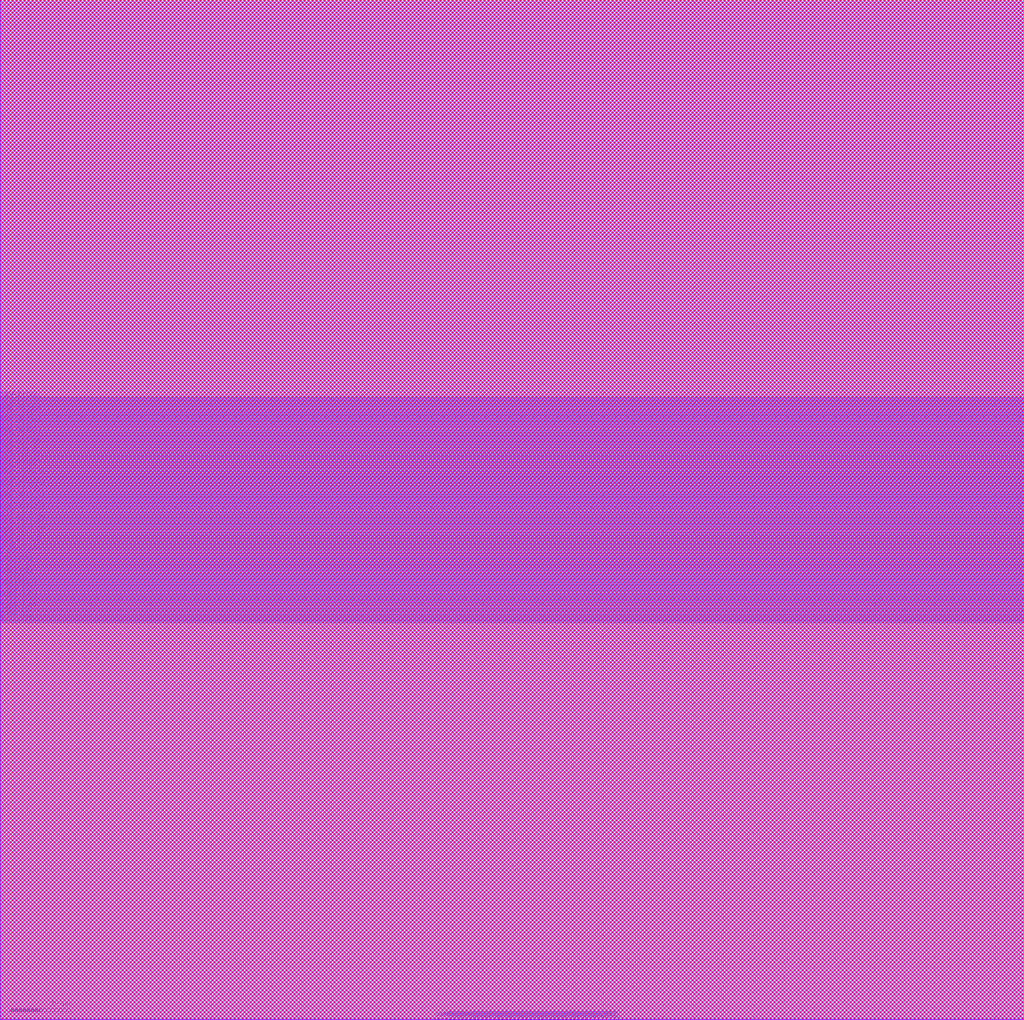
<source format=lef>
##
## LEF for PtnCells ;
## created by Innovus v19.17-s077_1 on Fri Mar 17 15:44:05 2023
##

VERSION 5.8 ;

BUSBITCHARS "[]" ;
DIVIDERCHAR "/" ;

MACRO fullchip
  CLASS BLOCK ;
  SIZE 679.200000 BY 677.000000 ;
  FOREIGN fullchip 0.000000 0.000000 ;
  ORIGIN 0 0 ;
  SYMMETRY X Y R90 ;
  PIN clk0
    DIRECTION INPUT ;
    USE SIGNAL ;
    PORT
      LAYER M3 ;
        RECT 0.000000 263.550000 0.600000 263.650000 ;
    END
  END clk0
  PIN clk1
    DIRECTION INPUT ;
    USE SIGNAL ;
    PORT
      LAYER M3 ;
        RECT 0.000000 264.350000 0.600000 264.450000 ;
    END
  END clk1
  PIN mem_in[63]
    DIRECTION INPUT ;
    USE SIGNAL ;
    PORT
      LAYER M3 ;
        RECT 0.000000 411.550000 0.600000 411.650000 ;
    END
  END mem_in[63]
  PIN mem_in[62]
    DIRECTION INPUT ;
    USE SIGNAL ;
    PORT
      LAYER M3 ;
        RECT 0.000000 410.750000 0.600000 410.850000 ;
    END
  END mem_in[62]
  PIN mem_in[61]
    DIRECTION INPUT ;
    USE SIGNAL ;
    PORT
      LAYER M3 ;
        RECT 0.000000 409.950000 0.600000 410.050000 ;
    END
  END mem_in[61]
  PIN mem_in[60]
    DIRECTION INPUT ;
    USE SIGNAL ;
    PORT
      LAYER M3 ;
        RECT 0.000000 409.150000 0.600000 409.250000 ;
    END
  END mem_in[60]
  PIN mem_in[59]
    DIRECTION INPUT ;
    USE SIGNAL ;
    PORT
      LAYER M3 ;
        RECT 0.000000 408.350000 0.600000 408.450000 ;
    END
  END mem_in[59]
  PIN mem_in[58]
    DIRECTION INPUT ;
    USE SIGNAL ;
    PORT
      LAYER M3 ;
        RECT 0.000000 407.550000 0.600000 407.650000 ;
    END
  END mem_in[58]
  PIN mem_in[57]
    DIRECTION INPUT ;
    USE SIGNAL ;
    PORT
      LAYER M3 ;
        RECT 0.000000 406.750000 0.600000 406.850000 ;
    END
  END mem_in[57]
  PIN mem_in[56]
    DIRECTION INPUT ;
    USE SIGNAL ;
    PORT
      LAYER M3 ;
        RECT 0.000000 405.950000 0.600000 406.050000 ;
    END
  END mem_in[56]
  PIN mem_in[55]
    DIRECTION INPUT ;
    USE SIGNAL ;
    PORT
      LAYER M3 ;
        RECT 0.000000 405.150000 0.600000 405.250000 ;
    END
  END mem_in[55]
  PIN mem_in[54]
    DIRECTION INPUT ;
    USE SIGNAL ;
    PORT
      LAYER M3 ;
        RECT 0.000000 404.350000 0.600000 404.450000 ;
    END
  END mem_in[54]
  PIN mem_in[53]
    DIRECTION INPUT ;
    USE SIGNAL ;
    PORT
      LAYER M3 ;
        RECT 0.000000 403.550000 0.600000 403.650000 ;
    END
  END mem_in[53]
  PIN mem_in[52]
    DIRECTION INPUT ;
    USE SIGNAL ;
    PORT
      LAYER M3 ;
        RECT 0.000000 402.750000 0.600000 402.850000 ;
    END
  END mem_in[52]
  PIN mem_in[51]
    DIRECTION INPUT ;
    USE SIGNAL ;
    PORT
      LAYER M3 ;
        RECT 0.000000 401.950000 0.600000 402.050000 ;
    END
  END mem_in[51]
  PIN mem_in[50]
    DIRECTION INPUT ;
    USE SIGNAL ;
    PORT
      LAYER M3 ;
        RECT 0.000000 401.150000 0.600000 401.250000 ;
    END
  END mem_in[50]
  PIN mem_in[49]
    DIRECTION INPUT ;
    USE SIGNAL ;
    PORT
      LAYER M3 ;
        RECT 0.000000 400.350000 0.600000 400.450000 ;
    END
  END mem_in[49]
  PIN mem_in[48]
    DIRECTION INPUT ;
    USE SIGNAL ;
    PORT
      LAYER M3 ;
        RECT 0.000000 399.550000 0.600000 399.650000 ;
    END
  END mem_in[48]
  PIN mem_in[47]
    DIRECTION INPUT ;
    USE SIGNAL ;
    PORT
      LAYER M3 ;
        RECT 0.000000 398.750000 0.600000 398.850000 ;
    END
  END mem_in[47]
  PIN mem_in[46]
    DIRECTION INPUT ;
    USE SIGNAL ;
    PORT
      LAYER M3 ;
        RECT 0.000000 397.950000 0.600000 398.050000 ;
    END
  END mem_in[46]
  PIN mem_in[45]
    DIRECTION INPUT ;
    USE SIGNAL ;
    PORT
      LAYER M3 ;
        RECT 0.000000 397.150000 0.600000 397.250000 ;
    END
  END mem_in[45]
  PIN mem_in[44]
    DIRECTION INPUT ;
    USE SIGNAL ;
    PORT
      LAYER M3 ;
        RECT 0.000000 396.350000 0.600000 396.450000 ;
    END
  END mem_in[44]
  PIN mem_in[43]
    DIRECTION INPUT ;
    USE SIGNAL ;
    PORT
      LAYER M3 ;
        RECT 0.000000 395.550000 0.600000 395.650000 ;
    END
  END mem_in[43]
  PIN mem_in[42]
    DIRECTION INPUT ;
    USE SIGNAL ;
    PORT
      LAYER M3 ;
        RECT 0.000000 394.750000 0.600000 394.850000 ;
    END
  END mem_in[42]
  PIN mem_in[41]
    DIRECTION INPUT ;
    USE SIGNAL ;
    PORT
      LAYER M3 ;
        RECT 0.000000 393.950000 0.600000 394.050000 ;
    END
  END mem_in[41]
  PIN mem_in[40]
    DIRECTION INPUT ;
    USE SIGNAL ;
    PORT
      LAYER M3 ;
        RECT 0.000000 393.150000 0.600000 393.250000 ;
    END
  END mem_in[40]
  PIN mem_in[39]
    DIRECTION INPUT ;
    USE SIGNAL ;
    PORT
      LAYER M3 ;
        RECT 0.000000 392.350000 0.600000 392.450000 ;
    END
  END mem_in[39]
  PIN mem_in[38]
    DIRECTION INPUT ;
    USE SIGNAL ;
    PORT
      LAYER M3 ;
        RECT 0.000000 391.550000 0.600000 391.650000 ;
    END
  END mem_in[38]
  PIN mem_in[37]
    DIRECTION INPUT ;
    USE SIGNAL ;
    PORT
      LAYER M3 ;
        RECT 0.000000 390.750000 0.600000 390.850000 ;
    END
  END mem_in[37]
  PIN mem_in[36]
    DIRECTION INPUT ;
    USE SIGNAL ;
    PORT
      LAYER M3 ;
        RECT 0.000000 389.950000 0.600000 390.050000 ;
    END
  END mem_in[36]
  PIN mem_in[35]
    DIRECTION INPUT ;
    USE SIGNAL ;
    PORT
      LAYER M3 ;
        RECT 0.000000 389.150000 0.600000 389.250000 ;
    END
  END mem_in[35]
  PIN mem_in[34]
    DIRECTION INPUT ;
    USE SIGNAL ;
    PORT
      LAYER M3 ;
        RECT 0.000000 388.350000 0.600000 388.450000 ;
    END
  END mem_in[34]
  PIN mem_in[33]
    DIRECTION INPUT ;
    USE SIGNAL ;
    PORT
      LAYER M3 ;
        RECT 0.000000 387.550000 0.600000 387.650000 ;
    END
  END mem_in[33]
  PIN mem_in[32]
    DIRECTION INPUT ;
    USE SIGNAL ;
    PORT
      LAYER M3 ;
        RECT 0.000000 386.750000 0.600000 386.850000 ;
    END
  END mem_in[32]
  PIN mem_in[31]
    DIRECTION INPUT ;
    USE SIGNAL ;
    PORT
      LAYER M3 ;
        RECT 0.000000 385.950000 0.600000 386.050000 ;
    END
  END mem_in[31]
  PIN mem_in[30]
    DIRECTION INPUT ;
    USE SIGNAL ;
    PORT
      LAYER M3 ;
        RECT 0.000000 385.150000 0.600000 385.250000 ;
    END
  END mem_in[30]
  PIN mem_in[29]
    DIRECTION INPUT ;
    USE SIGNAL ;
    PORT
      LAYER M3 ;
        RECT 0.000000 384.350000 0.600000 384.450000 ;
    END
  END mem_in[29]
  PIN mem_in[28]
    DIRECTION INPUT ;
    USE SIGNAL ;
    PORT
      LAYER M3 ;
        RECT 0.000000 383.550000 0.600000 383.650000 ;
    END
  END mem_in[28]
  PIN mem_in[27]
    DIRECTION INPUT ;
    USE SIGNAL ;
    PORT
      LAYER M3 ;
        RECT 0.000000 382.750000 0.600000 382.850000 ;
    END
  END mem_in[27]
  PIN mem_in[26]
    DIRECTION INPUT ;
    USE SIGNAL ;
    PORT
      LAYER M3 ;
        RECT 0.000000 381.950000 0.600000 382.050000 ;
    END
  END mem_in[26]
  PIN mem_in[25]
    DIRECTION INPUT ;
    USE SIGNAL ;
    PORT
      LAYER M3 ;
        RECT 0.000000 381.150000 0.600000 381.250000 ;
    END
  END mem_in[25]
  PIN mem_in[24]
    DIRECTION INPUT ;
    USE SIGNAL ;
    PORT
      LAYER M3 ;
        RECT 0.000000 380.350000 0.600000 380.450000 ;
    END
  END mem_in[24]
  PIN mem_in[23]
    DIRECTION INPUT ;
    USE SIGNAL ;
    PORT
      LAYER M3 ;
        RECT 0.000000 379.550000 0.600000 379.650000 ;
    END
  END mem_in[23]
  PIN mem_in[22]
    DIRECTION INPUT ;
    USE SIGNAL ;
    PORT
      LAYER M3 ;
        RECT 0.000000 378.750000 0.600000 378.850000 ;
    END
  END mem_in[22]
  PIN mem_in[21]
    DIRECTION INPUT ;
    USE SIGNAL ;
    PORT
      LAYER M3 ;
        RECT 0.000000 377.950000 0.600000 378.050000 ;
    END
  END mem_in[21]
  PIN mem_in[20]
    DIRECTION INPUT ;
    USE SIGNAL ;
    PORT
      LAYER M3 ;
        RECT 0.000000 377.150000 0.600000 377.250000 ;
    END
  END mem_in[20]
  PIN mem_in[19]
    DIRECTION INPUT ;
    USE SIGNAL ;
    PORT
      LAYER M3 ;
        RECT 0.000000 376.350000 0.600000 376.450000 ;
    END
  END mem_in[19]
  PIN mem_in[18]
    DIRECTION INPUT ;
    USE SIGNAL ;
    PORT
      LAYER M3 ;
        RECT 0.000000 375.550000 0.600000 375.650000 ;
    END
  END mem_in[18]
  PIN mem_in[17]
    DIRECTION INPUT ;
    USE SIGNAL ;
    PORT
      LAYER M3 ;
        RECT 0.000000 374.750000 0.600000 374.850000 ;
    END
  END mem_in[17]
  PIN mem_in[16]
    DIRECTION INPUT ;
    USE SIGNAL ;
    PORT
      LAYER M3 ;
        RECT 0.000000 373.950000 0.600000 374.050000 ;
    END
  END mem_in[16]
  PIN mem_in[15]
    DIRECTION INPUT ;
    USE SIGNAL ;
    PORT
      LAYER M3 ;
        RECT 0.000000 373.150000 0.600000 373.250000 ;
    END
  END mem_in[15]
  PIN mem_in[14]
    DIRECTION INPUT ;
    USE SIGNAL ;
    PORT
      LAYER M3 ;
        RECT 0.000000 372.350000 0.600000 372.450000 ;
    END
  END mem_in[14]
  PIN mem_in[13]
    DIRECTION INPUT ;
    USE SIGNAL ;
    PORT
      LAYER M3 ;
        RECT 0.000000 371.550000 0.600000 371.650000 ;
    END
  END mem_in[13]
  PIN mem_in[12]
    DIRECTION INPUT ;
    USE SIGNAL ;
    PORT
      LAYER M3 ;
        RECT 0.000000 370.750000 0.600000 370.850000 ;
    END
  END mem_in[12]
  PIN mem_in[11]
    DIRECTION INPUT ;
    USE SIGNAL ;
    PORT
      LAYER M3 ;
        RECT 0.000000 369.950000 0.600000 370.050000 ;
    END
  END mem_in[11]
  PIN mem_in[10]
    DIRECTION INPUT ;
    USE SIGNAL ;
    PORT
      LAYER M3 ;
        RECT 0.000000 369.150000 0.600000 369.250000 ;
    END
  END mem_in[10]
  PIN mem_in[9]
    DIRECTION INPUT ;
    USE SIGNAL ;
    PORT
      LAYER M3 ;
        RECT 0.000000 368.350000 0.600000 368.450000 ;
    END
  END mem_in[9]
  PIN mem_in[8]
    DIRECTION INPUT ;
    USE SIGNAL ;
    PORT
      LAYER M3 ;
        RECT 0.000000 367.550000 0.600000 367.650000 ;
    END
  END mem_in[8]
  PIN mem_in[7]
    DIRECTION INPUT ;
    USE SIGNAL ;
    PORT
      LAYER M3 ;
        RECT 0.000000 366.750000 0.600000 366.850000 ;
    END
  END mem_in[7]
  PIN mem_in[6]
    DIRECTION INPUT ;
    USE SIGNAL ;
    PORT
      LAYER M3 ;
        RECT 0.000000 365.950000 0.600000 366.050000 ;
    END
  END mem_in[6]
  PIN mem_in[5]
    DIRECTION INPUT ;
    USE SIGNAL ;
    PORT
      LAYER M3 ;
        RECT 0.000000 365.150000 0.600000 365.250000 ;
    END
  END mem_in[5]
  PIN mem_in[4]
    DIRECTION INPUT ;
    USE SIGNAL ;
    PORT
      LAYER M3 ;
        RECT 0.000000 364.350000 0.600000 364.450000 ;
    END
  END mem_in[4]
  PIN mem_in[3]
    DIRECTION INPUT ;
    USE SIGNAL ;
    PORT
      LAYER M3 ;
        RECT 0.000000 363.550000 0.600000 363.650000 ;
    END
  END mem_in[3]
  PIN mem_in[2]
    DIRECTION INPUT ;
    USE SIGNAL ;
    PORT
      LAYER M3 ;
        RECT 0.000000 362.750000 0.600000 362.850000 ;
    END
  END mem_in[2]
  PIN mem_in[1]
    DIRECTION INPUT ;
    USE SIGNAL ;
    PORT
      LAYER M3 ;
        RECT 0.000000 361.950000 0.600000 362.050000 ;
    END
  END mem_in[1]
  PIN mem_in[0]
    DIRECTION INPUT ;
    USE SIGNAL ;
    PORT
      LAYER M3 ;
        RECT 0.000000 361.150000 0.600000 361.250000 ;
    END
  END mem_in[0]
  PIN mem_in1[63]
    DIRECTION INPUT ;
    USE SIGNAL ;
    PORT
      LAYER M3 ;
        RECT 0.000000 360.350000 0.600000 360.450000 ;
    END
  END mem_in1[63]
  PIN mem_in1[62]
    DIRECTION INPUT ;
    USE SIGNAL ;
    PORT
      LAYER M3 ;
        RECT 0.000000 359.550000 0.600000 359.650000 ;
    END
  END mem_in1[62]
  PIN mem_in1[61]
    DIRECTION INPUT ;
    USE SIGNAL ;
    PORT
      LAYER M3 ;
        RECT 0.000000 358.750000 0.600000 358.850000 ;
    END
  END mem_in1[61]
  PIN mem_in1[60]
    DIRECTION INPUT ;
    USE SIGNAL ;
    PORT
      LAYER M3 ;
        RECT 0.000000 357.950000 0.600000 358.050000 ;
    END
  END mem_in1[60]
  PIN mem_in1[59]
    DIRECTION INPUT ;
    USE SIGNAL ;
    PORT
      LAYER M3 ;
        RECT 0.000000 357.150000 0.600000 357.250000 ;
    END
  END mem_in1[59]
  PIN mem_in1[58]
    DIRECTION INPUT ;
    USE SIGNAL ;
    PORT
      LAYER M3 ;
        RECT 0.000000 356.350000 0.600000 356.450000 ;
    END
  END mem_in1[58]
  PIN mem_in1[57]
    DIRECTION INPUT ;
    USE SIGNAL ;
    PORT
      LAYER M3 ;
        RECT 0.000000 355.550000 0.600000 355.650000 ;
    END
  END mem_in1[57]
  PIN mem_in1[56]
    DIRECTION INPUT ;
    USE SIGNAL ;
    PORT
      LAYER M3 ;
        RECT 0.000000 354.750000 0.600000 354.850000 ;
    END
  END mem_in1[56]
  PIN mem_in1[55]
    DIRECTION INPUT ;
    USE SIGNAL ;
    PORT
      LAYER M3 ;
        RECT 0.000000 353.950000 0.600000 354.050000 ;
    END
  END mem_in1[55]
  PIN mem_in1[54]
    DIRECTION INPUT ;
    USE SIGNAL ;
    PORT
      LAYER M3 ;
        RECT 0.000000 353.150000 0.600000 353.250000 ;
    END
  END mem_in1[54]
  PIN mem_in1[53]
    DIRECTION INPUT ;
    USE SIGNAL ;
    PORT
      LAYER M3 ;
        RECT 0.000000 352.350000 0.600000 352.450000 ;
    END
  END mem_in1[53]
  PIN mem_in1[52]
    DIRECTION INPUT ;
    USE SIGNAL ;
    PORT
      LAYER M3 ;
        RECT 0.000000 351.550000 0.600000 351.650000 ;
    END
  END mem_in1[52]
  PIN mem_in1[51]
    DIRECTION INPUT ;
    USE SIGNAL ;
    PORT
      LAYER M3 ;
        RECT 0.000000 350.750000 0.600000 350.850000 ;
    END
  END mem_in1[51]
  PIN mem_in1[50]
    DIRECTION INPUT ;
    USE SIGNAL ;
    PORT
      LAYER M3 ;
        RECT 0.000000 349.950000 0.600000 350.050000 ;
    END
  END mem_in1[50]
  PIN mem_in1[49]
    DIRECTION INPUT ;
    USE SIGNAL ;
    PORT
      LAYER M3 ;
        RECT 0.000000 349.150000 0.600000 349.250000 ;
    END
  END mem_in1[49]
  PIN mem_in1[48]
    DIRECTION INPUT ;
    USE SIGNAL ;
    PORT
      LAYER M3 ;
        RECT 0.000000 348.350000 0.600000 348.450000 ;
    END
  END mem_in1[48]
  PIN mem_in1[47]
    DIRECTION INPUT ;
    USE SIGNAL ;
    PORT
      LAYER M3 ;
        RECT 0.000000 347.550000 0.600000 347.650000 ;
    END
  END mem_in1[47]
  PIN mem_in1[46]
    DIRECTION INPUT ;
    USE SIGNAL ;
    PORT
      LAYER M3 ;
        RECT 0.000000 346.750000 0.600000 346.850000 ;
    END
  END mem_in1[46]
  PIN mem_in1[45]
    DIRECTION INPUT ;
    USE SIGNAL ;
    PORT
      LAYER M3 ;
        RECT 0.000000 345.950000 0.600000 346.050000 ;
    END
  END mem_in1[45]
  PIN mem_in1[44]
    DIRECTION INPUT ;
    USE SIGNAL ;
    PORT
      LAYER M3 ;
        RECT 0.000000 345.150000 0.600000 345.250000 ;
    END
  END mem_in1[44]
  PIN mem_in1[43]
    DIRECTION INPUT ;
    USE SIGNAL ;
    PORT
      LAYER M3 ;
        RECT 0.000000 344.350000 0.600000 344.450000 ;
    END
  END mem_in1[43]
  PIN mem_in1[42]
    DIRECTION INPUT ;
    USE SIGNAL ;
    PORT
      LAYER M3 ;
        RECT 0.000000 343.550000 0.600000 343.650000 ;
    END
  END mem_in1[42]
  PIN mem_in1[41]
    DIRECTION INPUT ;
    USE SIGNAL ;
    PORT
      LAYER M3 ;
        RECT 0.000000 342.750000 0.600000 342.850000 ;
    END
  END mem_in1[41]
  PIN mem_in1[40]
    DIRECTION INPUT ;
    USE SIGNAL ;
    PORT
      LAYER M3 ;
        RECT 0.000000 341.950000 0.600000 342.050000 ;
    END
  END mem_in1[40]
  PIN mem_in1[39]
    DIRECTION INPUT ;
    USE SIGNAL ;
    PORT
      LAYER M3 ;
        RECT 0.000000 341.150000 0.600000 341.250000 ;
    END
  END mem_in1[39]
  PIN mem_in1[38]
    DIRECTION INPUT ;
    USE SIGNAL ;
    PORT
      LAYER M3 ;
        RECT 0.000000 340.350000 0.600000 340.450000 ;
    END
  END mem_in1[38]
  PIN mem_in1[37]
    DIRECTION INPUT ;
    USE SIGNAL ;
    PORT
      LAYER M3 ;
        RECT 0.000000 339.550000 0.600000 339.650000 ;
    END
  END mem_in1[37]
  PIN mem_in1[36]
    DIRECTION INPUT ;
    USE SIGNAL ;
    PORT
      LAYER M3 ;
        RECT 0.000000 338.750000 0.600000 338.850000 ;
    END
  END mem_in1[36]
  PIN mem_in1[35]
    DIRECTION INPUT ;
    USE SIGNAL ;
    PORT
      LAYER M3 ;
        RECT 0.000000 337.950000 0.600000 338.050000 ;
    END
  END mem_in1[35]
  PIN mem_in1[34]
    DIRECTION INPUT ;
    USE SIGNAL ;
    PORT
      LAYER M3 ;
        RECT 0.000000 337.150000 0.600000 337.250000 ;
    END
  END mem_in1[34]
  PIN mem_in1[33]
    DIRECTION INPUT ;
    USE SIGNAL ;
    PORT
      LAYER M3 ;
        RECT 0.000000 336.350000 0.600000 336.450000 ;
    END
  END mem_in1[33]
  PIN mem_in1[32]
    DIRECTION INPUT ;
    USE SIGNAL ;
    PORT
      LAYER M3 ;
        RECT 0.000000 335.550000 0.600000 335.650000 ;
    END
  END mem_in1[32]
  PIN mem_in1[31]
    DIRECTION INPUT ;
    USE SIGNAL ;
    PORT
      LAYER M3 ;
        RECT 0.000000 334.750000 0.600000 334.850000 ;
    END
  END mem_in1[31]
  PIN mem_in1[30]
    DIRECTION INPUT ;
    USE SIGNAL ;
    PORT
      LAYER M3 ;
        RECT 0.000000 333.950000 0.600000 334.050000 ;
    END
  END mem_in1[30]
  PIN mem_in1[29]
    DIRECTION INPUT ;
    USE SIGNAL ;
    PORT
      LAYER M3 ;
        RECT 0.000000 333.150000 0.600000 333.250000 ;
    END
  END mem_in1[29]
  PIN mem_in1[28]
    DIRECTION INPUT ;
    USE SIGNAL ;
    PORT
      LAYER M3 ;
        RECT 0.000000 332.350000 0.600000 332.450000 ;
    END
  END mem_in1[28]
  PIN mem_in1[27]
    DIRECTION INPUT ;
    USE SIGNAL ;
    PORT
      LAYER M3 ;
        RECT 0.000000 331.550000 0.600000 331.650000 ;
    END
  END mem_in1[27]
  PIN mem_in1[26]
    DIRECTION INPUT ;
    USE SIGNAL ;
    PORT
      LAYER M3 ;
        RECT 0.000000 330.750000 0.600000 330.850000 ;
    END
  END mem_in1[26]
  PIN mem_in1[25]
    DIRECTION INPUT ;
    USE SIGNAL ;
    PORT
      LAYER M3 ;
        RECT 0.000000 329.950000 0.600000 330.050000 ;
    END
  END mem_in1[25]
  PIN mem_in1[24]
    DIRECTION INPUT ;
    USE SIGNAL ;
    PORT
      LAYER M3 ;
        RECT 0.000000 329.150000 0.600000 329.250000 ;
    END
  END mem_in1[24]
  PIN mem_in1[23]
    DIRECTION INPUT ;
    USE SIGNAL ;
    PORT
      LAYER M3 ;
        RECT 0.000000 328.350000 0.600000 328.450000 ;
    END
  END mem_in1[23]
  PIN mem_in1[22]
    DIRECTION INPUT ;
    USE SIGNAL ;
    PORT
      LAYER M3 ;
        RECT 0.000000 327.550000 0.600000 327.650000 ;
    END
  END mem_in1[22]
  PIN mem_in1[21]
    DIRECTION INPUT ;
    USE SIGNAL ;
    PORT
      LAYER M3 ;
        RECT 0.000000 326.750000 0.600000 326.850000 ;
    END
  END mem_in1[21]
  PIN mem_in1[20]
    DIRECTION INPUT ;
    USE SIGNAL ;
    PORT
      LAYER M3 ;
        RECT 0.000000 325.950000 0.600000 326.050000 ;
    END
  END mem_in1[20]
  PIN mem_in1[19]
    DIRECTION INPUT ;
    USE SIGNAL ;
    PORT
      LAYER M3 ;
        RECT 0.000000 325.150000 0.600000 325.250000 ;
    END
  END mem_in1[19]
  PIN mem_in1[18]
    DIRECTION INPUT ;
    USE SIGNAL ;
    PORT
      LAYER M3 ;
        RECT 0.000000 324.350000 0.600000 324.450000 ;
    END
  END mem_in1[18]
  PIN mem_in1[17]
    DIRECTION INPUT ;
    USE SIGNAL ;
    PORT
      LAYER M3 ;
        RECT 0.000000 323.550000 0.600000 323.650000 ;
    END
  END mem_in1[17]
  PIN mem_in1[16]
    DIRECTION INPUT ;
    USE SIGNAL ;
    PORT
      LAYER M3 ;
        RECT 0.000000 322.750000 0.600000 322.850000 ;
    END
  END mem_in1[16]
  PIN mem_in1[15]
    DIRECTION INPUT ;
    USE SIGNAL ;
    PORT
      LAYER M3 ;
        RECT 0.000000 321.950000 0.600000 322.050000 ;
    END
  END mem_in1[15]
  PIN mem_in1[14]
    DIRECTION INPUT ;
    USE SIGNAL ;
    PORT
      LAYER M3 ;
        RECT 0.000000 321.150000 0.600000 321.250000 ;
    END
  END mem_in1[14]
  PIN mem_in1[13]
    DIRECTION INPUT ;
    USE SIGNAL ;
    PORT
      LAYER M3 ;
        RECT 0.000000 320.350000 0.600000 320.450000 ;
    END
  END mem_in1[13]
  PIN mem_in1[12]
    DIRECTION INPUT ;
    USE SIGNAL ;
    PORT
      LAYER M3 ;
        RECT 0.000000 319.550000 0.600000 319.650000 ;
    END
  END mem_in1[12]
  PIN mem_in1[11]
    DIRECTION INPUT ;
    USE SIGNAL ;
    PORT
      LAYER M3 ;
        RECT 0.000000 318.750000 0.600000 318.850000 ;
    END
  END mem_in1[11]
  PIN mem_in1[10]
    DIRECTION INPUT ;
    USE SIGNAL ;
    PORT
      LAYER M3 ;
        RECT 0.000000 317.950000 0.600000 318.050000 ;
    END
  END mem_in1[10]
  PIN mem_in1[9]
    DIRECTION INPUT ;
    USE SIGNAL ;
    PORT
      LAYER M3 ;
        RECT 0.000000 317.150000 0.600000 317.250000 ;
    END
  END mem_in1[9]
  PIN mem_in1[8]
    DIRECTION INPUT ;
    USE SIGNAL ;
    PORT
      LAYER M3 ;
        RECT 0.000000 316.350000 0.600000 316.450000 ;
    END
  END mem_in1[8]
  PIN mem_in1[7]
    DIRECTION INPUT ;
    USE SIGNAL ;
    PORT
      LAYER M3 ;
        RECT 0.000000 315.550000 0.600000 315.650000 ;
    END
  END mem_in1[7]
  PIN mem_in1[6]
    DIRECTION INPUT ;
    USE SIGNAL ;
    PORT
      LAYER M3 ;
        RECT 0.000000 314.750000 0.600000 314.850000 ;
    END
  END mem_in1[6]
  PIN mem_in1[5]
    DIRECTION INPUT ;
    USE SIGNAL ;
    PORT
      LAYER M3 ;
        RECT 0.000000 313.950000 0.600000 314.050000 ;
    END
  END mem_in1[5]
  PIN mem_in1[4]
    DIRECTION INPUT ;
    USE SIGNAL ;
    PORT
      LAYER M3 ;
        RECT 0.000000 313.150000 0.600000 313.250000 ;
    END
  END mem_in1[4]
  PIN mem_in1[3]
    DIRECTION INPUT ;
    USE SIGNAL ;
    PORT
      LAYER M3 ;
        RECT 0.000000 312.350000 0.600000 312.450000 ;
    END
  END mem_in1[3]
  PIN mem_in1[2]
    DIRECTION INPUT ;
    USE SIGNAL ;
    PORT
      LAYER M3 ;
        RECT 0.000000 311.550000 0.600000 311.650000 ;
    END
  END mem_in1[2]
  PIN mem_in1[1]
    DIRECTION INPUT ;
    USE SIGNAL ;
    PORT
      LAYER M3 ;
        RECT 0.000000 310.750000 0.600000 310.850000 ;
    END
  END mem_in1[1]
  PIN mem_in1[0]
    DIRECTION INPUT ;
    USE SIGNAL ;
    PORT
      LAYER M3 ;
        RECT 0.000000 309.950000 0.600000 310.050000 ;
    END
  END mem_in1[0]
  PIN inst[27]
    DIRECTION INPUT ;
    USE SIGNAL ;
    PORT
      LAYER M3 ;
        RECT 0.000000 309.150000 0.600000 309.250000 ;
    END
  END inst[27]
  PIN inst[26]
    DIRECTION INPUT ;
    USE SIGNAL ;
    PORT
      LAYER M3 ;
        RECT 0.000000 308.350000 0.600000 308.450000 ;
    END
  END inst[26]
  PIN inst[25]
    DIRECTION INPUT ;
    USE SIGNAL ;
    PORT
      LAYER M3 ;
        RECT 0.000000 307.550000 0.600000 307.650000 ;
    END
  END inst[25]
  PIN inst[24]
    DIRECTION INPUT ;
    USE SIGNAL ;
    PORT
      LAYER M3 ;
        RECT 0.000000 306.750000 0.600000 306.850000 ;
    END
  END inst[24]
  PIN inst[23]
    DIRECTION INPUT ;
    USE SIGNAL ;
    PORT
      LAYER M3 ;
        RECT 0.000000 305.950000 0.600000 306.050000 ;
    END
  END inst[23]
  PIN inst[22]
    DIRECTION INPUT ;
    USE SIGNAL ;
    PORT
      LAYER M3 ;
        RECT 0.000000 305.150000 0.600000 305.250000 ;
    END
  END inst[22]
  PIN inst[21]
    DIRECTION INPUT ;
    USE SIGNAL ;
    PORT
      LAYER M3 ;
        RECT 0.000000 304.350000 0.600000 304.450000 ;
    END
  END inst[21]
  PIN inst[20]
    DIRECTION INPUT ;
    USE SIGNAL ;
    PORT
      LAYER M3 ;
        RECT 0.000000 303.550000 0.600000 303.650000 ;
    END
  END inst[20]
  PIN inst[19]
    DIRECTION INPUT ;
    USE SIGNAL ;
    PORT
      LAYER M3 ;
        RECT 0.000000 302.750000 0.600000 302.850000 ;
    END
  END inst[19]
  PIN inst[18]
    DIRECTION INPUT ;
    USE SIGNAL ;
    PORT
      LAYER M3 ;
        RECT 0.000000 301.950000 0.600000 302.050000 ;
    END
  END inst[18]
  PIN inst[17]
    DIRECTION INPUT ;
    USE SIGNAL ;
    PORT
      LAYER M3 ;
        RECT 0.000000 301.150000 0.600000 301.250000 ;
    END
  END inst[17]
  PIN inst[16]
    DIRECTION INPUT ;
    USE SIGNAL ;
    PORT
      LAYER M3 ;
        RECT 0.000000 300.350000 0.600000 300.450000 ;
    END
  END inst[16]
  PIN inst[15]
    DIRECTION INPUT ;
    USE SIGNAL ;
    PORT
      LAYER M3 ;
        RECT 0.000000 299.550000 0.600000 299.650000 ;
    END
  END inst[15]
  PIN inst[14]
    DIRECTION INPUT ;
    USE SIGNAL ;
    PORT
      LAYER M3 ;
        RECT 0.000000 298.750000 0.600000 298.850000 ;
    END
  END inst[14]
  PIN inst[13]
    DIRECTION INPUT ;
    USE SIGNAL ;
    PORT
      LAYER M3 ;
        RECT 0.000000 297.950000 0.600000 298.050000 ;
    END
  END inst[13]
  PIN inst[12]
    DIRECTION INPUT ;
    USE SIGNAL ;
    PORT
      LAYER M3 ;
        RECT 0.000000 297.150000 0.600000 297.250000 ;
    END
  END inst[12]
  PIN inst[11]
    DIRECTION INPUT ;
    USE SIGNAL ;
    PORT
      LAYER M3 ;
        RECT 0.000000 296.350000 0.600000 296.450000 ;
    END
  END inst[11]
  PIN inst[10]
    DIRECTION INPUT ;
    USE SIGNAL ;
    PORT
      LAYER M3 ;
        RECT 0.000000 295.550000 0.600000 295.650000 ;
    END
  END inst[10]
  PIN inst[9]
    DIRECTION INPUT ;
    USE SIGNAL ;
    PORT
      LAYER M3 ;
        RECT 0.000000 294.750000 0.600000 294.850000 ;
    END
  END inst[9]
  PIN inst[8]
    DIRECTION INPUT ;
    USE SIGNAL ;
    PORT
      LAYER M3 ;
        RECT 0.000000 293.950000 0.600000 294.050000 ;
    END
  END inst[8]
  PIN inst[7]
    DIRECTION INPUT ;
    USE SIGNAL ;
    PORT
      LAYER M3 ;
        RECT 0.000000 293.150000 0.600000 293.250000 ;
    END
  END inst[7]
  PIN inst[6]
    DIRECTION INPUT ;
    USE SIGNAL ;
    PORT
      LAYER M3 ;
        RECT 0.000000 292.350000 0.600000 292.450000 ;
    END
  END inst[6]
  PIN inst[5]
    DIRECTION INPUT ;
    USE SIGNAL ;
    PORT
      LAYER M3 ;
        RECT 0.000000 291.550000 0.600000 291.650000 ;
    END
  END inst[5]
  PIN inst[4]
    DIRECTION INPUT ;
    USE SIGNAL ;
    PORT
      LAYER M3 ;
        RECT 0.000000 290.750000 0.600000 290.850000 ;
    END
  END inst[4]
  PIN inst[3]
    DIRECTION INPUT ;
    USE SIGNAL ;
    PORT
      LAYER M3 ;
        RECT 0.000000 289.950000 0.600000 290.050000 ;
    END
  END inst[3]
  PIN inst[2]
    DIRECTION INPUT ;
    USE SIGNAL ;
    PORT
      LAYER M3 ;
        RECT 0.000000 289.150000 0.600000 289.250000 ;
    END
  END inst[2]
  PIN inst[1]
    DIRECTION INPUT ;
    USE SIGNAL ;
    PORT
      LAYER M3 ;
        RECT 0.000000 288.350000 0.600000 288.450000 ;
    END
  END inst[1]
  PIN inst[0]
    DIRECTION INPUT ;
    USE SIGNAL ;
    PORT
      LAYER M3 ;
        RECT 0.000000 287.550000 0.600000 287.650000 ;
    END
  END inst[0]
  PIN inst1[27]
    DIRECTION INPUT ;
    USE SIGNAL ;
    PORT
      LAYER M3 ;
        RECT 0.000000 286.750000 0.600000 286.850000 ;
    END
  END inst1[27]
  PIN inst1[26]
    DIRECTION INPUT ;
    USE SIGNAL ;
    PORT
      LAYER M3 ;
        RECT 0.000000 285.950000 0.600000 286.050000 ;
    END
  END inst1[26]
  PIN inst1[25]
    DIRECTION INPUT ;
    USE SIGNAL ;
    PORT
      LAYER M3 ;
        RECT 0.000000 285.150000 0.600000 285.250000 ;
    END
  END inst1[25]
  PIN inst1[24]
    DIRECTION INPUT ;
    USE SIGNAL ;
    PORT
      LAYER M3 ;
        RECT 0.000000 284.350000 0.600000 284.450000 ;
    END
  END inst1[24]
  PIN inst1[23]
    DIRECTION INPUT ;
    USE SIGNAL ;
    PORT
      LAYER M3 ;
        RECT 0.000000 283.550000 0.600000 283.650000 ;
    END
  END inst1[23]
  PIN inst1[22]
    DIRECTION INPUT ;
    USE SIGNAL ;
    PORT
      LAYER M3 ;
        RECT 0.000000 282.750000 0.600000 282.850000 ;
    END
  END inst1[22]
  PIN inst1[21]
    DIRECTION INPUT ;
    USE SIGNAL ;
    PORT
      LAYER M3 ;
        RECT 0.000000 281.950000 0.600000 282.050000 ;
    END
  END inst1[21]
  PIN inst1[20]
    DIRECTION INPUT ;
    USE SIGNAL ;
    PORT
      LAYER M3 ;
        RECT 0.000000 281.150000 0.600000 281.250000 ;
    END
  END inst1[20]
  PIN inst1[19]
    DIRECTION INPUT ;
    USE SIGNAL ;
    PORT
      LAYER M3 ;
        RECT 0.000000 280.350000 0.600000 280.450000 ;
    END
  END inst1[19]
  PIN inst1[18]
    DIRECTION INPUT ;
    USE SIGNAL ;
    PORT
      LAYER M3 ;
        RECT 0.000000 279.550000 0.600000 279.650000 ;
    END
  END inst1[18]
  PIN inst1[17]
    DIRECTION INPUT ;
    USE SIGNAL ;
    PORT
      LAYER M3 ;
        RECT 0.000000 278.750000 0.600000 278.850000 ;
    END
  END inst1[17]
  PIN inst1[16]
    DIRECTION INPUT ;
    USE SIGNAL ;
    PORT
      LAYER M3 ;
        RECT 0.000000 277.950000 0.600000 278.050000 ;
    END
  END inst1[16]
  PIN inst1[15]
    DIRECTION INPUT ;
    USE SIGNAL ;
    PORT
      LAYER M3 ;
        RECT 0.000000 277.150000 0.600000 277.250000 ;
    END
  END inst1[15]
  PIN inst1[14]
    DIRECTION INPUT ;
    USE SIGNAL ;
    PORT
      LAYER M3 ;
        RECT 0.000000 276.350000 0.600000 276.450000 ;
    END
  END inst1[14]
  PIN inst1[13]
    DIRECTION INPUT ;
    USE SIGNAL ;
    PORT
      LAYER M3 ;
        RECT 0.000000 275.550000 0.600000 275.650000 ;
    END
  END inst1[13]
  PIN inst1[12]
    DIRECTION INPUT ;
    USE SIGNAL ;
    PORT
      LAYER M3 ;
        RECT 0.000000 274.750000 0.600000 274.850000 ;
    END
  END inst1[12]
  PIN inst1[11]
    DIRECTION INPUT ;
    USE SIGNAL ;
    PORT
      LAYER M3 ;
        RECT 0.000000 273.950000 0.600000 274.050000 ;
    END
  END inst1[11]
  PIN inst1[10]
    DIRECTION INPUT ;
    USE SIGNAL ;
    PORT
      LAYER M3 ;
        RECT 0.000000 273.150000 0.600000 273.250000 ;
    END
  END inst1[10]
  PIN inst1[9]
    DIRECTION INPUT ;
    USE SIGNAL ;
    PORT
      LAYER M3 ;
        RECT 0.000000 272.350000 0.600000 272.450000 ;
    END
  END inst1[9]
  PIN inst1[8]
    DIRECTION INPUT ;
    USE SIGNAL ;
    PORT
      LAYER M3 ;
        RECT 0.000000 271.550000 0.600000 271.650000 ;
    END
  END inst1[8]
  PIN inst1[7]
    DIRECTION INPUT ;
    USE SIGNAL ;
    PORT
      LAYER M3 ;
        RECT 0.000000 270.750000 0.600000 270.850000 ;
    END
  END inst1[7]
  PIN inst1[6]
    DIRECTION INPUT ;
    USE SIGNAL ;
    PORT
      LAYER M3 ;
        RECT 0.000000 269.950000 0.600000 270.050000 ;
    END
  END inst1[6]
  PIN inst1[5]
    DIRECTION INPUT ;
    USE SIGNAL ;
    PORT
      LAYER M3 ;
        RECT 0.000000 269.150000 0.600000 269.250000 ;
    END
  END inst1[5]
  PIN inst1[4]
    DIRECTION INPUT ;
    USE SIGNAL ;
    PORT
      LAYER M3 ;
        RECT 0.000000 268.350000 0.600000 268.450000 ;
    END
  END inst1[4]
  PIN inst1[3]
    DIRECTION INPUT ;
    USE SIGNAL ;
    PORT
      LAYER M3 ;
        RECT 0.000000 267.550000 0.600000 267.650000 ;
    END
  END inst1[3]
  PIN inst1[2]
    DIRECTION INPUT ;
    USE SIGNAL ;
    PORT
      LAYER M3 ;
        RECT 0.000000 266.750000 0.600000 266.850000 ;
    END
  END inst1[2]
  PIN inst1[1]
    DIRECTION INPUT ;
    USE SIGNAL ;
    PORT
      LAYER M3 ;
        RECT 0.000000 265.950000 0.600000 266.050000 ;
    END
  END inst1[1]
  PIN inst1[0]
    DIRECTION INPUT ;
    USE SIGNAL ;
    PORT
      LAYER M3 ;
        RECT 0.000000 265.150000 0.600000 265.250000 ;
    END
  END inst1[0]
  PIN reset
    DIRECTION INPUT ;
    USE SIGNAL ;
    PORT
      LAYER M3 ;
        RECT 0.000000 412.350000 0.600000 412.450000 ;
    END
  END reset
  PIN reset1
    DIRECTION INPUT ;
    USE SIGNAL ;
    PORT
      LAYER M3 ;
        RECT 0.000000 413.150000 0.600000 413.250000 ;
    END
  END reset1
  PIN out[127]
    DIRECTION OUTPUT ;
    USE SIGNAL ;
    PORT
      LAYER M3 ;
        RECT 390.250000 0.000000 390.350000 0.600000 ;
    END
  END out[127]
  PIN out[126]
    DIRECTION OUTPUT ;
    USE SIGNAL ;
    PORT
      LAYER M3 ;
        RECT 389.450000 0.000000 389.550000 0.600000 ;
    END
  END out[126]
  PIN out[125]
    DIRECTION OUTPUT ;
    USE SIGNAL ;
    PORT
      LAYER M3 ;
        RECT 388.650000 0.000000 388.750000 0.600000 ;
    END
  END out[125]
  PIN out[124]
    DIRECTION OUTPUT ;
    USE SIGNAL ;
    PORT
      LAYER M3 ;
        RECT 387.850000 0.000000 387.950000 0.600000 ;
    END
  END out[124]
  PIN out[123]
    DIRECTION OUTPUT ;
    USE SIGNAL ;
    PORT
      LAYER M3 ;
        RECT 387.050000 0.000000 387.150000 0.600000 ;
    END
  END out[123]
  PIN out[122]
    DIRECTION OUTPUT ;
    USE SIGNAL ;
    PORT
      LAYER M3 ;
        RECT 386.250000 0.000000 386.350000 0.600000 ;
    END
  END out[122]
  PIN out[121]
    DIRECTION OUTPUT ;
    USE SIGNAL ;
    PORT
      LAYER M3 ;
        RECT 385.450000 0.000000 385.550000 0.600000 ;
    END
  END out[121]
  PIN out[120]
    DIRECTION OUTPUT ;
    USE SIGNAL ;
    PORT
      LAYER M3 ;
        RECT 384.650000 0.000000 384.750000 0.600000 ;
    END
  END out[120]
  PIN out[119]
    DIRECTION OUTPUT ;
    USE SIGNAL ;
    PORT
      LAYER M3 ;
        RECT 383.850000 0.000000 383.950000 0.600000 ;
    END
  END out[119]
  PIN out[118]
    DIRECTION OUTPUT ;
    USE SIGNAL ;
    PORT
      LAYER M3 ;
        RECT 383.050000 0.000000 383.150000 0.600000 ;
    END
  END out[118]
  PIN out[117]
    DIRECTION OUTPUT ;
    USE SIGNAL ;
    PORT
      LAYER M3 ;
        RECT 382.250000 0.000000 382.350000 0.600000 ;
    END
  END out[117]
  PIN out[116]
    DIRECTION OUTPUT ;
    USE SIGNAL ;
    PORT
      LAYER M3 ;
        RECT 381.450000 0.000000 381.550000 0.600000 ;
    END
  END out[116]
  PIN out[115]
    DIRECTION OUTPUT ;
    USE SIGNAL ;
    PORT
      LAYER M3 ;
        RECT 380.650000 0.000000 380.750000 0.600000 ;
    END
  END out[115]
  PIN out[114]
    DIRECTION OUTPUT ;
    USE SIGNAL ;
    PORT
      LAYER M3 ;
        RECT 379.850000 0.000000 379.950000 0.600000 ;
    END
  END out[114]
  PIN out[113]
    DIRECTION OUTPUT ;
    USE SIGNAL ;
    PORT
      LAYER M3 ;
        RECT 379.050000 0.000000 379.150000 0.600000 ;
    END
  END out[113]
  PIN out[112]
    DIRECTION OUTPUT ;
    USE SIGNAL ;
    PORT
      LAYER M3 ;
        RECT 378.250000 0.000000 378.350000 0.600000 ;
    END
  END out[112]
  PIN out[111]
    DIRECTION OUTPUT ;
    USE SIGNAL ;
    PORT
      LAYER M3 ;
        RECT 377.450000 0.000000 377.550000 0.600000 ;
    END
  END out[111]
  PIN out[110]
    DIRECTION OUTPUT ;
    USE SIGNAL ;
    PORT
      LAYER M3 ;
        RECT 376.650000 0.000000 376.750000 0.600000 ;
    END
  END out[110]
  PIN out[109]
    DIRECTION OUTPUT ;
    USE SIGNAL ;
    PORT
      LAYER M3 ;
        RECT 375.850000 0.000000 375.950000 0.600000 ;
    END
  END out[109]
  PIN out[108]
    DIRECTION OUTPUT ;
    USE SIGNAL ;
    PORT
      LAYER M3 ;
        RECT 375.050000 0.000000 375.150000 0.600000 ;
    END
  END out[108]
  PIN out[107]
    DIRECTION OUTPUT ;
    USE SIGNAL ;
    PORT
      LAYER M3 ;
        RECT 374.250000 0.000000 374.350000 0.600000 ;
    END
  END out[107]
  PIN out[106]
    DIRECTION OUTPUT ;
    USE SIGNAL ;
    PORT
      LAYER M3 ;
        RECT 373.450000 0.000000 373.550000 0.600000 ;
    END
  END out[106]
  PIN out[105]
    DIRECTION OUTPUT ;
    USE SIGNAL ;
    PORT
      LAYER M3 ;
        RECT 372.650000 0.000000 372.750000 0.600000 ;
    END
  END out[105]
  PIN out[104]
    DIRECTION OUTPUT ;
    USE SIGNAL ;
    PORT
      LAYER M3 ;
        RECT 371.850000 0.000000 371.950000 0.600000 ;
    END
  END out[104]
  PIN out[103]
    DIRECTION OUTPUT ;
    USE SIGNAL ;
    PORT
      LAYER M3 ;
        RECT 371.050000 0.000000 371.150000 0.600000 ;
    END
  END out[103]
  PIN out[102]
    DIRECTION OUTPUT ;
    USE SIGNAL ;
    PORT
      LAYER M3 ;
        RECT 370.250000 0.000000 370.350000 0.600000 ;
    END
  END out[102]
  PIN out[101]
    DIRECTION OUTPUT ;
    USE SIGNAL ;
    PORT
      LAYER M3 ;
        RECT 369.450000 0.000000 369.550000 0.600000 ;
    END
  END out[101]
  PIN out[100]
    DIRECTION OUTPUT ;
    USE SIGNAL ;
    PORT
      LAYER M3 ;
        RECT 368.650000 0.000000 368.750000 0.600000 ;
    END
  END out[100]
  PIN out[99]
    DIRECTION OUTPUT ;
    USE SIGNAL ;
    PORT
      LAYER M3 ;
        RECT 367.850000 0.000000 367.950000 0.600000 ;
    END
  END out[99]
  PIN out[98]
    DIRECTION OUTPUT ;
    USE SIGNAL ;
    PORT
      LAYER M3 ;
        RECT 367.050000 0.000000 367.150000 0.600000 ;
    END
  END out[98]
  PIN out[97]
    DIRECTION OUTPUT ;
    USE SIGNAL ;
    PORT
      LAYER M3 ;
        RECT 366.250000 0.000000 366.350000 0.600000 ;
    END
  END out[97]
  PIN out[96]
    DIRECTION OUTPUT ;
    USE SIGNAL ;
    PORT
      LAYER M3 ;
        RECT 365.450000 0.000000 365.550000 0.600000 ;
    END
  END out[96]
  PIN out[95]
    DIRECTION OUTPUT ;
    USE SIGNAL ;
    PORT
      LAYER M3 ;
        RECT 364.650000 0.000000 364.750000 0.600000 ;
    END
  END out[95]
  PIN out[94]
    DIRECTION OUTPUT ;
    USE SIGNAL ;
    PORT
      LAYER M3 ;
        RECT 363.850000 0.000000 363.950000 0.600000 ;
    END
  END out[94]
  PIN out[93]
    DIRECTION OUTPUT ;
    USE SIGNAL ;
    PORT
      LAYER M3 ;
        RECT 363.050000 0.000000 363.150000 0.600000 ;
    END
  END out[93]
  PIN out[92]
    DIRECTION OUTPUT ;
    USE SIGNAL ;
    PORT
      LAYER M3 ;
        RECT 362.250000 0.000000 362.350000 0.600000 ;
    END
  END out[92]
  PIN out[91]
    DIRECTION OUTPUT ;
    USE SIGNAL ;
    PORT
      LAYER M3 ;
        RECT 361.450000 0.000000 361.550000 0.600000 ;
    END
  END out[91]
  PIN out[90]
    DIRECTION OUTPUT ;
    USE SIGNAL ;
    PORT
      LAYER M3 ;
        RECT 360.650000 0.000000 360.750000 0.600000 ;
    END
  END out[90]
  PIN out[89]
    DIRECTION OUTPUT ;
    USE SIGNAL ;
    PORT
      LAYER M3 ;
        RECT 359.850000 0.000000 359.950000 0.600000 ;
    END
  END out[89]
  PIN out[88]
    DIRECTION OUTPUT ;
    USE SIGNAL ;
    PORT
      LAYER M3 ;
        RECT 359.050000 0.000000 359.150000 0.600000 ;
    END
  END out[88]
  PIN out[87]
    DIRECTION OUTPUT ;
    USE SIGNAL ;
    PORT
      LAYER M3 ;
        RECT 358.250000 0.000000 358.350000 0.600000 ;
    END
  END out[87]
  PIN out[86]
    DIRECTION OUTPUT ;
    USE SIGNAL ;
    PORT
      LAYER M3 ;
        RECT 357.450000 0.000000 357.550000 0.600000 ;
    END
  END out[86]
  PIN out[85]
    DIRECTION OUTPUT ;
    USE SIGNAL ;
    PORT
      LAYER M3 ;
        RECT 356.650000 0.000000 356.750000 0.600000 ;
    END
  END out[85]
  PIN out[84]
    DIRECTION OUTPUT ;
    USE SIGNAL ;
    PORT
      LAYER M3 ;
        RECT 355.850000 0.000000 355.950000 0.600000 ;
    END
  END out[84]
  PIN out[83]
    DIRECTION OUTPUT ;
    USE SIGNAL ;
    PORT
      LAYER M3 ;
        RECT 355.050000 0.000000 355.150000 0.600000 ;
    END
  END out[83]
  PIN out[82]
    DIRECTION OUTPUT ;
    USE SIGNAL ;
    PORT
      LAYER M3 ;
        RECT 354.250000 0.000000 354.350000 0.600000 ;
    END
  END out[82]
  PIN out[81]
    DIRECTION OUTPUT ;
    USE SIGNAL ;
    PORT
      LAYER M3 ;
        RECT 353.450000 0.000000 353.550000 0.600000 ;
    END
  END out[81]
  PIN out[80]
    DIRECTION OUTPUT ;
    USE SIGNAL ;
    PORT
      LAYER M3 ;
        RECT 352.650000 0.000000 352.750000 0.600000 ;
    END
  END out[80]
  PIN out[79]
    DIRECTION OUTPUT ;
    USE SIGNAL ;
    PORT
      LAYER M3 ;
        RECT 351.850000 0.000000 351.950000 0.600000 ;
    END
  END out[79]
  PIN out[78]
    DIRECTION OUTPUT ;
    USE SIGNAL ;
    PORT
      LAYER M3 ;
        RECT 351.050000 0.000000 351.150000 0.600000 ;
    END
  END out[78]
  PIN out[77]
    DIRECTION OUTPUT ;
    USE SIGNAL ;
    PORT
      LAYER M3 ;
        RECT 350.250000 0.000000 350.350000 0.600000 ;
    END
  END out[77]
  PIN out[76]
    DIRECTION OUTPUT ;
    USE SIGNAL ;
    PORT
      LAYER M3 ;
        RECT 349.450000 0.000000 349.550000 0.600000 ;
    END
  END out[76]
  PIN out[75]
    DIRECTION OUTPUT ;
    USE SIGNAL ;
    PORT
      LAYER M3 ;
        RECT 348.650000 0.000000 348.750000 0.600000 ;
    END
  END out[75]
  PIN out[74]
    DIRECTION OUTPUT ;
    USE SIGNAL ;
    PORT
      LAYER M3 ;
        RECT 347.850000 0.000000 347.950000 0.600000 ;
    END
  END out[74]
  PIN out[73]
    DIRECTION OUTPUT ;
    USE SIGNAL ;
    PORT
      LAYER M3 ;
        RECT 347.050000 0.000000 347.150000 0.600000 ;
    END
  END out[73]
  PIN out[72]
    DIRECTION OUTPUT ;
    USE SIGNAL ;
    PORT
      LAYER M3 ;
        RECT 346.250000 0.000000 346.350000 0.600000 ;
    END
  END out[72]
  PIN out[71]
    DIRECTION OUTPUT ;
    USE SIGNAL ;
    PORT
      LAYER M3 ;
        RECT 345.450000 0.000000 345.550000 0.600000 ;
    END
  END out[71]
  PIN out[70]
    DIRECTION OUTPUT ;
    USE SIGNAL ;
    PORT
      LAYER M3 ;
        RECT 344.650000 0.000000 344.750000 0.600000 ;
    END
  END out[70]
  PIN out[69]
    DIRECTION OUTPUT ;
    USE SIGNAL ;
    PORT
      LAYER M3 ;
        RECT 343.850000 0.000000 343.950000 0.600000 ;
    END
  END out[69]
  PIN out[68]
    DIRECTION OUTPUT ;
    USE SIGNAL ;
    PORT
      LAYER M3 ;
        RECT 343.050000 0.000000 343.150000 0.600000 ;
    END
  END out[68]
  PIN out[67]
    DIRECTION OUTPUT ;
    USE SIGNAL ;
    PORT
      LAYER M3 ;
        RECT 342.250000 0.000000 342.350000 0.600000 ;
    END
  END out[67]
  PIN out[66]
    DIRECTION OUTPUT ;
    USE SIGNAL ;
    PORT
      LAYER M3 ;
        RECT 341.450000 0.000000 341.550000 0.600000 ;
    END
  END out[66]
  PIN out[65]
    DIRECTION OUTPUT ;
    USE SIGNAL ;
    PORT
      LAYER M3 ;
        RECT 340.650000 0.000000 340.750000 0.600000 ;
    END
  END out[65]
  PIN out[64]
    DIRECTION OUTPUT ;
    USE SIGNAL ;
    PORT
      LAYER M3 ;
        RECT 339.850000 0.000000 339.950000 0.600000 ;
    END
  END out[64]
  PIN out[63]
    DIRECTION OUTPUT ;
    USE SIGNAL ;
    PORT
      LAYER M3 ;
        RECT 339.050000 0.000000 339.150000 0.600000 ;
    END
  END out[63]
  PIN out[62]
    DIRECTION OUTPUT ;
    USE SIGNAL ;
    PORT
      LAYER M3 ;
        RECT 338.250000 0.000000 338.350000 0.600000 ;
    END
  END out[62]
  PIN out[61]
    DIRECTION OUTPUT ;
    USE SIGNAL ;
    PORT
      LAYER M3 ;
        RECT 337.450000 0.000000 337.550000 0.600000 ;
    END
  END out[61]
  PIN out[60]
    DIRECTION OUTPUT ;
    USE SIGNAL ;
    PORT
      LAYER M3 ;
        RECT 336.650000 0.000000 336.750000 0.600000 ;
    END
  END out[60]
  PIN out[59]
    DIRECTION OUTPUT ;
    USE SIGNAL ;
    PORT
      LAYER M3 ;
        RECT 335.850000 0.000000 335.950000 0.600000 ;
    END
  END out[59]
  PIN out[58]
    DIRECTION OUTPUT ;
    USE SIGNAL ;
    PORT
      LAYER M3 ;
        RECT 335.050000 0.000000 335.150000 0.600000 ;
    END
  END out[58]
  PIN out[57]
    DIRECTION OUTPUT ;
    USE SIGNAL ;
    PORT
      LAYER M3 ;
        RECT 334.250000 0.000000 334.350000 0.600000 ;
    END
  END out[57]
  PIN out[56]
    DIRECTION OUTPUT ;
    USE SIGNAL ;
    PORT
      LAYER M3 ;
        RECT 333.450000 0.000000 333.550000 0.600000 ;
    END
  END out[56]
  PIN out[55]
    DIRECTION OUTPUT ;
    USE SIGNAL ;
    PORT
      LAYER M3 ;
        RECT 332.650000 0.000000 332.750000 0.600000 ;
    END
  END out[55]
  PIN out[54]
    DIRECTION OUTPUT ;
    USE SIGNAL ;
    PORT
      LAYER M3 ;
        RECT 331.850000 0.000000 331.950000 0.600000 ;
    END
  END out[54]
  PIN out[53]
    DIRECTION OUTPUT ;
    USE SIGNAL ;
    PORT
      LAYER M3 ;
        RECT 331.050000 0.000000 331.150000 0.600000 ;
    END
  END out[53]
  PIN out[52]
    DIRECTION OUTPUT ;
    USE SIGNAL ;
    PORT
      LAYER M3 ;
        RECT 330.250000 0.000000 330.350000 0.600000 ;
    END
  END out[52]
  PIN out[51]
    DIRECTION OUTPUT ;
    USE SIGNAL ;
    PORT
      LAYER M3 ;
        RECT 329.450000 0.000000 329.550000 0.600000 ;
    END
  END out[51]
  PIN out[50]
    DIRECTION OUTPUT ;
    USE SIGNAL ;
    PORT
      LAYER M3 ;
        RECT 328.650000 0.000000 328.750000 0.600000 ;
    END
  END out[50]
  PIN out[49]
    DIRECTION OUTPUT ;
    USE SIGNAL ;
    PORT
      LAYER M3 ;
        RECT 327.850000 0.000000 327.950000 0.600000 ;
    END
  END out[49]
  PIN out[48]
    DIRECTION OUTPUT ;
    USE SIGNAL ;
    PORT
      LAYER M3 ;
        RECT 327.050000 0.000000 327.150000 0.600000 ;
    END
  END out[48]
  PIN out[47]
    DIRECTION OUTPUT ;
    USE SIGNAL ;
    PORT
      LAYER M3 ;
        RECT 326.250000 0.000000 326.350000 0.600000 ;
    END
  END out[47]
  PIN out[46]
    DIRECTION OUTPUT ;
    USE SIGNAL ;
    PORT
      LAYER M3 ;
        RECT 325.450000 0.000000 325.550000 0.600000 ;
    END
  END out[46]
  PIN out[45]
    DIRECTION OUTPUT ;
    USE SIGNAL ;
    PORT
      LAYER M3 ;
        RECT 324.650000 0.000000 324.750000 0.600000 ;
    END
  END out[45]
  PIN out[44]
    DIRECTION OUTPUT ;
    USE SIGNAL ;
    PORT
      LAYER M3 ;
        RECT 323.850000 0.000000 323.950000 0.600000 ;
    END
  END out[44]
  PIN out[43]
    DIRECTION OUTPUT ;
    USE SIGNAL ;
    PORT
      LAYER M3 ;
        RECT 323.050000 0.000000 323.150000 0.600000 ;
    END
  END out[43]
  PIN out[42]
    DIRECTION OUTPUT ;
    USE SIGNAL ;
    PORT
      LAYER M3 ;
        RECT 322.250000 0.000000 322.350000 0.600000 ;
    END
  END out[42]
  PIN out[41]
    DIRECTION OUTPUT ;
    USE SIGNAL ;
    PORT
      LAYER M3 ;
        RECT 321.450000 0.000000 321.550000 0.600000 ;
    END
  END out[41]
  PIN out[40]
    DIRECTION OUTPUT ;
    USE SIGNAL ;
    PORT
      LAYER M3 ;
        RECT 320.650000 0.000000 320.750000 0.600000 ;
    END
  END out[40]
  PIN out[39]
    DIRECTION OUTPUT ;
    USE SIGNAL ;
    PORT
      LAYER M3 ;
        RECT 319.850000 0.000000 319.950000 0.600000 ;
    END
  END out[39]
  PIN out[38]
    DIRECTION OUTPUT ;
    USE SIGNAL ;
    PORT
      LAYER M3 ;
        RECT 319.050000 0.000000 319.150000 0.600000 ;
    END
  END out[38]
  PIN out[37]
    DIRECTION OUTPUT ;
    USE SIGNAL ;
    PORT
      LAYER M3 ;
        RECT 318.250000 0.000000 318.350000 0.600000 ;
    END
  END out[37]
  PIN out[36]
    DIRECTION OUTPUT ;
    USE SIGNAL ;
    PORT
      LAYER M3 ;
        RECT 317.450000 0.000000 317.550000 0.600000 ;
    END
  END out[36]
  PIN out[35]
    DIRECTION OUTPUT ;
    USE SIGNAL ;
    PORT
      LAYER M3 ;
        RECT 316.650000 0.000000 316.750000 0.600000 ;
    END
  END out[35]
  PIN out[34]
    DIRECTION OUTPUT ;
    USE SIGNAL ;
    PORT
      LAYER M3 ;
        RECT 315.850000 0.000000 315.950000 0.600000 ;
    END
  END out[34]
  PIN out[33]
    DIRECTION OUTPUT ;
    USE SIGNAL ;
    PORT
      LAYER M3 ;
        RECT 315.050000 0.000000 315.150000 0.600000 ;
    END
  END out[33]
  PIN out[32]
    DIRECTION OUTPUT ;
    USE SIGNAL ;
    PORT
      LAYER M3 ;
        RECT 314.250000 0.000000 314.350000 0.600000 ;
    END
  END out[32]
  PIN out[31]
    DIRECTION OUTPUT ;
    USE SIGNAL ;
    PORT
      LAYER M3 ;
        RECT 313.450000 0.000000 313.550000 0.600000 ;
    END
  END out[31]
  PIN out[30]
    DIRECTION OUTPUT ;
    USE SIGNAL ;
    PORT
      LAYER M3 ;
        RECT 312.650000 0.000000 312.750000 0.600000 ;
    END
  END out[30]
  PIN out[29]
    DIRECTION OUTPUT ;
    USE SIGNAL ;
    PORT
      LAYER M3 ;
        RECT 311.850000 0.000000 311.950000 0.600000 ;
    END
  END out[29]
  PIN out[28]
    DIRECTION OUTPUT ;
    USE SIGNAL ;
    PORT
      LAYER M3 ;
        RECT 311.050000 0.000000 311.150000 0.600000 ;
    END
  END out[28]
  PIN out[27]
    DIRECTION OUTPUT ;
    USE SIGNAL ;
    PORT
      LAYER M3 ;
        RECT 310.250000 0.000000 310.350000 0.600000 ;
    END
  END out[27]
  PIN out[26]
    DIRECTION OUTPUT ;
    USE SIGNAL ;
    PORT
      LAYER M3 ;
        RECT 309.450000 0.000000 309.550000 0.600000 ;
    END
  END out[26]
  PIN out[25]
    DIRECTION OUTPUT ;
    USE SIGNAL ;
    PORT
      LAYER M3 ;
        RECT 308.650000 0.000000 308.750000 0.600000 ;
    END
  END out[25]
  PIN out[24]
    DIRECTION OUTPUT ;
    USE SIGNAL ;
    PORT
      LAYER M3 ;
        RECT 307.850000 0.000000 307.950000 0.600000 ;
    END
  END out[24]
  PIN out[23]
    DIRECTION OUTPUT ;
    USE SIGNAL ;
    PORT
      LAYER M3 ;
        RECT 307.050000 0.000000 307.150000 0.600000 ;
    END
  END out[23]
  PIN out[22]
    DIRECTION OUTPUT ;
    USE SIGNAL ;
    PORT
      LAYER M3 ;
        RECT 306.250000 0.000000 306.350000 0.600000 ;
    END
  END out[22]
  PIN out[21]
    DIRECTION OUTPUT ;
    USE SIGNAL ;
    PORT
      LAYER M3 ;
        RECT 305.450000 0.000000 305.550000 0.600000 ;
    END
  END out[21]
  PIN out[20]
    DIRECTION OUTPUT ;
    USE SIGNAL ;
    PORT
      LAYER M3 ;
        RECT 304.650000 0.000000 304.750000 0.600000 ;
    END
  END out[20]
  PIN out[19]
    DIRECTION OUTPUT ;
    USE SIGNAL ;
    PORT
      LAYER M3 ;
        RECT 303.850000 0.000000 303.950000 0.600000 ;
    END
  END out[19]
  PIN out[18]
    DIRECTION OUTPUT ;
    USE SIGNAL ;
    PORT
      LAYER M3 ;
        RECT 303.050000 0.000000 303.150000 0.600000 ;
    END
  END out[18]
  PIN out[17]
    DIRECTION OUTPUT ;
    USE SIGNAL ;
    PORT
      LAYER M3 ;
        RECT 302.250000 0.000000 302.350000 0.600000 ;
    END
  END out[17]
  PIN out[16]
    DIRECTION OUTPUT ;
    USE SIGNAL ;
    PORT
      LAYER M3 ;
        RECT 301.450000 0.000000 301.550000 0.600000 ;
    END
  END out[16]
  PIN out[15]
    DIRECTION OUTPUT ;
    USE SIGNAL ;
    PORT
      LAYER M3 ;
        RECT 300.650000 0.000000 300.750000 0.600000 ;
    END
  END out[15]
  PIN out[14]
    DIRECTION OUTPUT ;
    USE SIGNAL ;
    PORT
      LAYER M3 ;
        RECT 299.850000 0.000000 299.950000 0.600000 ;
    END
  END out[14]
  PIN out[13]
    DIRECTION OUTPUT ;
    USE SIGNAL ;
    PORT
      LAYER M3 ;
        RECT 299.050000 0.000000 299.150000 0.600000 ;
    END
  END out[13]
  PIN out[12]
    DIRECTION OUTPUT ;
    USE SIGNAL ;
    PORT
      LAYER M3 ;
        RECT 298.250000 0.000000 298.350000 0.600000 ;
    END
  END out[12]
  PIN out[11]
    DIRECTION OUTPUT ;
    USE SIGNAL ;
    PORT
      LAYER M3 ;
        RECT 297.450000 0.000000 297.550000 0.600000 ;
    END
  END out[11]
  PIN out[10]
    DIRECTION OUTPUT ;
    USE SIGNAL ;
    PORT
      LAYER M3 ;
        RECT 296.650000 0.000000 296.750000 0.600000 ;
    END
  END out[10]
  PIN out[9]
    DIRECTION OUTPUT ;
    USE SIGNAL ;
    PORT
      LAYER M3 ;
        RECT 295.850000 0.000000 295.950000 0.600000 ;
    END
  END out[9]
  PIN out[8]
    DIRECTION OUTPUT ;
    USE SIGNAL ;
    PORT
      LAYER M3 ;
        RECT 295.050000 0.000000 295.150000 0.600000 ;
    END
  END out[8]
  PIN out[7]
    DIRECTION OUTPUT ;
    USE SIGNAL ;
    PORT
      LAYER M3 ;
        RECT 294.250000 0.000000 294.350000 0.600000 ;
    END
  END out[7]
  PIN out[6]
    DIRECTION OUTPUT ;
    USE SIGNAL ;
    PORT
      LAYER M3 ;
        RECT 293.450000 0.000000 293.550000 0.600000 ;
    END
  END out[6]
  PIN out[5]
    DIRECTION OUTPUT ;
    USE SIGNAL ;
    PORT
      LAYER M3 ;
        RECT 292.650000 0.000000 292.750000 0.600000 ;
    END
  END out[5]
  PIN out[4]
    DIRECTION OUTPUT ;
    USE SIGNAL ;
    PORT
      LAYER M3 ;
        RECT 291.850000 0.000000 291.950000 0.600000 ;
    END
  END out[4]
  PIN out[3]
    DIRECTION OUTPUT ;
    USE SIGNAL ;
    PORT
      LAYER M3 ;
        RECT 291.050000 0.000000 291.150000 0.600000 ;
    END
  END out[3]
  PIN out[2]
    DIRECTION OUTPUT ;
    USE SIGNAL ;
    PORT
      LAYER M3 ;
        RECT 290.250000 0.000000 290.350000 0.600000 ;
    END
  END out[2]
  PIN out[1]
    DIRECTION OUTPUT ;
    USE SIGNAL ;
    PORT
      LAYER M3 ;
        RECT 289.450000 0.000000 289.550000 0.600000 ;
    END
  END out[1]
  PIN out[0]
    DIRECTION OUTPUT ;
    USE SIGNAL ;
    PORT
      LAYER M3 ;
        RECT 288.650000 0.000000 288.750000 0.600000 ;
    END
  END out[0]
  OBS
    LAYER M1 ;
      RECT 0.000000 0.000000 679.200000 677.000000 ;
    LAYER M2 ;
      RECT 0.000000 0.000000 679.200000 677.000000 ;
    LAYER M3 ;
      RECT 0.000000 413.350000 679.200000 677.000000 ;
      RECT 0.720000 413.050000 679.200000 413.350000 ;
      RECT 0.000000 412.550000 679.200000 413.050000 ;
      RECT 0.720000 412.250000 679.200000 412.550000 ;
      RECT 0.000000 411.750000 679.200000 412.250000 ;
      RECT 0.720000 411.450000 679.200000 411.750000 ;
      RECT 0.000000 410.950000 679.200000 411.450000 ;
      RECT 0.720000 410.650000 679.200000 410.950000 ;
      RECT 0.000000 410.150000 679.200000 410.650000 ;
      RECT 0.720000 409.850000 679.200000 410.150000 ;
      RECT 0.000000 409.350000 679.200000 409.850000 ;
      RECT 0.720000 409.050000 679.200000 409.350000 ;
      RECT 0.000000 408.550000 679.200000 409.050000 ;
      RECT 0.720000 408.250000 679.200000 408.550000 ;
      RECT 0.000000 407.750000 679.200000 408.250000 ;
      RECT 0.720000 407.450000 679.200000 407.750000 ;
      RECT 0.000000 406.950000 679.200000 407.450000 ;
      RECT 0.720000 406.650000 679.200000 406.950000 ;
      RECT 0.000000 406.150000 679.200000 406.650000 ;
      RECT 0.720000 405.850000 679.200000 406.150000 ;
      RECT 0.000000 405.350000 679.200000 405.850000 ;
      RECT 0.720000 405.050000 679.200000 405.350000 ;
      RECT 0.000000 404.550000 679.200000 405.050000 ;
      RECT 0.720000 404.250000 679.200000 404.550000 ;
      RECT 0.000000 403.750000 679.200000 404.250000 ;
      RECT 0.720000 403.450000 679.200000 403.750000 ;
      RECT 0.000000 402.950000 679.200000 403.450000 ;
      RECT 0.720000 402.650000 679.200000 402.950000 ;
      RECT 0.000000 402.150000 679.200000 402.650000 ;
      RECT 0.720000 401.850000 679.200000 402.150000 ;
      RECT 0.000000 401.350000 679.200000 401.850000 ;
      RECT 0.720000 401.050000 679.200000 401.350000 ;
      RECT 0.000000 400.550000 679.200000 401.050000 ;
      RECT 0.720000 400.250000 679.200000 400.550000 ;
      RECT 0.000000 399.750000 679.200000 400.250000 ;
      RECT 0.720000 399.450000 679.200000 399.750000 ;
      RECT 0.000000 398.950000 679.200000 399.450000 ;
      RECT 0.720000 398.650000 679.200000 398.950000 ;
      RECT 0.000000 398.150000 679.200000 398.650000 ;
      RECT 0.720000 397.850000 679.200000 398.150000 ;
      RECT 0.000000 397.350000 679.200000 397.850000 ;
      RECT 0.720000 397.050000 679.200000 397.350000 ;
      RECT 0.000000 396.550000 679.200000 397.050000 ;
      RECT 0.720000 396.250000 679.200000 396.550000 ;
      RECT 0.000000 395.750000 679.200000 396.250000 ;
      RECT 0.720000 395.450000 679.200000 395.750000 ;
      RECT 0.000000 394.950000 679.200000 395.450000 ;
      RECT 0.720000 394.650000 679.200000 394.950000 ;
      RECT 0.000000 394.150000 679.200000 394.650000 ;
      RECT 0.720000 393.850000 679.200000 394.150000 ;
      RECT 0.000000 393.350000 679.200000 393.850000 ;
      RECT 0.720000 393.050000 679.200000 393.350000 ;
      RECT 0.000000 392.550000 679.200000 393.050000 ;
      RECT 0.720000 392.250000 679.200000 392.550000 ;
      RECT 0.000000 391.750000 679.200000 392.250000 ;
      RECT 0.720000 391.450000 679.200000 391.750000 ;
      RECT 0.000000 390.950000 679.200000 391.450000 ;
      RECT 0.720000 390.650000 679.200000 390.950000 ;
      RECT 0.000000 390.150000 679.200000 390.650000 ;
      RECT 0.720000 389.850000 679.200000 390.150000 ;
      RECT 0.000000 389.350000 679.200000 389.850000 ;
      RECT 0.720000 389.050000 679.200000 389.350000 ;
      RECT 0.000000 388.550000 679.200000 389.050000 ;
      RECT 0.720000 388.250000 679.200000 388.550000 ;
      RECT 0.000000 387.750000 679.200000 388.250000 ;
      RECT 0.720000 387.450000 679.200000 387.750000 ;
      RECT 0.000000 386.950000 679.200000 387.450000 ;
      RECT 0.720000 386.650000 679.200000 386.950000 ;
      RECT 0.000000 386.150000 679.200000 386.650000 ;
      RECT 0.720000 385.850000 679.200000 386.150000 ;
      RECT 0.000000 385.350000 679.200000 385.850000 ;
      RECT 0.720000 385.050000 679.200000 385.350000 ;
      RECT 0.000000 384.550000 679.200000 385.050000 ;
      RECT 0.720000 384.250000 679.200000 384.550000 ;
      RECT 0.000000 383.750000 679.200000 384.250000 ;
      RECT 0.720000 383.450000 679.200000 383.750000 ;
      RECT 0.000000 382.950000 679.200000 383.450000 ;
      RECT 0.720000 382.650000 679.200000 382.950000 ;
      RECT 0.000000 382.150000 679.200000 382.650000 ;
      RECT 0.720000 381.850000 679.200000 382.150000 ;
      RECT 0.000000 381.350000 679.200000 381.850000 ;
      RECT 0.720000 381.050000 679.200000 381.350000 ;
      RECT 0.000000 380.550000 679.200000 381.050000 ;
      RECT 0.720000 380.250000 679.200000 380.550000 ;
      RECT 0.000000 379.750000 679.200000 380.250000 ;
      RECT 0.720000 379.450000 679.200000 379.750000 ;
      RECT 0.000000 378.950000 679.200000 379.450000 ;
      RECT 0.720000 378.650000 679.200000 378.950000 ;
      RECT 0.000000 378.150000 679.200000 378.650000 ;
      RECT 0.720000 377.850000 679.200000 378.150000 ;
      RECT 0.000000 377.350000 679.200000 377.850000 ;
      RECT 0.720000 377.050000 679.200000 377.350000 ;
      RECT 0.000000 376.550000 679.200000 377.050000 ;
      RECT 0.720000 376.250000 679.200000 376.550000 ;
      RECT 0.000000 375.750000 679.200000 376.250000 ;
      RECT 0.720000 375.450000 679.200000 375.750000 ;
      RECT 0.000000 374.950000 679.200000 375.450000 ;
      RECT 0.720000 374.650000 679.200000 374.950000 ;
      RECT 0.000000 374.150000 679.200000 374.650000 ;
      RECT 0.720000 373.850000 679.200000 374.150000 ;
      RECT 0.000000 373.350000 679.200000 373.850000 ;
      RECT 0.720000 373.050000 679.200000 373.350000 ;
      RECT 0.000000 372.550000 679.200000 373.050000 ;
      RECT 0.720000 372.250000 679.200000 372.550000 ;
      RECT 0.000000 371.750000 679.200000 372.250000 ;
      RECT 0.720000 371.450000 679.200000 371.750000 ;
      RECT 0.000000 370.950000 679.200000 371.450000 ;
      RECT 0.720000 370.650000 679.200000 370.950000 ;
      RECT 0.000000 370.150000 679.200000 370.650000 ;
      RECT 0.720000 369.850000 679.200000 370.150000 ;
      RECT 0.000000 369.350000 679.200000 369.850000 ;
      RECT 0.720000 369.050000 679.200000 369.350000 ;
      RECT 0.000000 368.550000 679.200000 369.050000 ;
      RECT 0.720000 368.250000 679.200000 368.550000 ;
      RECT 0.000000 367.750000 679.200000 368.250000 ;
      RECT 0.720000 367.450000 679.200000 367.750000 ;
      RECT 0.000000 366.950000 679.200000 367.450000 ;
      RECT 0.720000 366.650000 679.200000 366.950000 ;
      RECT 0.000000 366.150000 679.200000 366.650000 ;
      RECT 0.720000 365.850000 679.200000 366.150000 ;
      RECT 0.000000 365.350000 679.200000 365.850000 ;
      RECT 0.720000 365.050000 679.200000 365.350000 ;
      RECT 0.000000 364.550000 679.200000 365.050000 ;
      RECT 0.720000 364.250000 679.200000 364.550000 ;
      RECT 0.000000 363.750000 679.200000 364.250000 ;
      RECT 0.720000 363.450000 679.200000 363.750000 ;
      RECT 0.000000 362.950000 679.200000 363.450000 ;
      RECT 0.720000 362.650000 679.200000 362.950000 ;
      RECT 0.000000 362.150000 679.200000 362.650000 ;
      RECT 0.720000 361.850000 679.200000 362.150000 ;
      RECT 0.000000 361.350000 679.200000 361.850000 ;
      RECT 0.720000 361.050000 679.200000 361.350000 ;
      RECT 0.000000 360.550000 679.200000 361.050000 ;
      RECT 0.720000 360.250000 679.200000 360.550000 ;
      RECT 0.000000 359.750000 679.200000 360.250000 ;
      RECT 0.720000 359.450000 679.200000 359.750000 ;
      RECT 0.000000 358.950000 679.200000 359.450000 ;
      RECT 0.720000 358.650000 679.200000 358.950000 ;
      RECT 0.000000 358.150000 679.200000 358.650000 ;
      RECT 0.720000 357.850000 679.200000 358.150000 ;
      RECT 0.000000 357.350000 679.200000 357.850000 ;
      RECT 0.720000 357.050000 679.200000 357.350000 ;
      RECT 0.000000 356.550000 679.200000 357.050000 ;
      RECT 0.720000 356.250000 679.200000 356.550000 ;
      RECT 0.000000 355.750000 679.200000 356.250000 ;
      RECT 0.720000 355.450000 679.200000 355.750000 ;
      RECT 0.000000 354.950000 679.200000 355.450000 ;
      RECT 0.720000 354.650000 679.200000 354.950000 ;
      RECT 0.000000 354.150000 679.200000 354.650000 ;
      RECT 0.720000 353.850000 679.200000 354.150000 ;
      RECT 0.000000 353.350000 679.200000 353.850000 ;
      RECT 0.720000 353.050000 679.200000 353.350000 ;
      RECT 0.000000 352.550000 679.200000 353.050000 ;
      RECT 0.720000 352.250000 679.200000 352.550000 ;
      RECT 0.000000 351.750000 679.200000 352.250000 ;
      RECT 0.720000 351.450000 679.200000 351.750000 ;
      RECT 0.000000 350.950000 679.200000 351.450000 ;
      RECT 0.720000 350.650000 679.200000 350.950000 ;
      RECT 0.000000 350.150000 679.200000 350.650000 ;
      RECT 0.720000 349.850000 679.200000 350.150000 ;
      RECT 0.000000 349.350000 679.200000 349.850000 ;
      RECT 0.720000 349.050000 679.200000 349.350000 ;
      RECT 0.000000 348.550000 679.200000 349.050000 ;
      RECT 0.720000 348.250000 679.200000 348.550000 ;
      RECT 0.000000 347.750000 679.200000 348.250000 ;
      RECT 0.720000 347.450000 679.200000 347.750000 ;
      RECT 0.000000 346.950000 679.200000 347.450000 ;
      RECT 0.720000 346.650000 679.200000 346.950000 ;
      RECT 0.000000 346.150000 679.200000 346.650000 ;
      RECT 0.720000 345.850000 679.200000 346.150000 ;
      RECT 0.000000 345.350000 679.200000 345.850000 ;
      RECT 0.720000 345.050000 679.200000 345.350000 ;
      RECT 0.000000 344.550000 679.200000 345.050000 ;
      RECT 0.720000 344.250000 679.200000 344.550000 ;
      RECT 0.000000 343.750000 679.200000 344.250000 ;
      RECT 0.720000 343.450000 679.200000 343.750000 ;
      RECT 0.000000 342.950000 679.200000 343.450000 ;
      RECT 0.720000 342.650000 679.200000 342.950000 ;
      RECT 0.000000 342.150000 679.200000 342.650000 ;
      RECT 0.720000 341.850000 679.200000 342.150000 ;
      RECT 0.000000 341.350000 679.200000 341.850000 ;
      RECT 0.720000 341.050000 679.200000 341.350000 ;
      RECT 0.000000 340.550000 679.200000 341.050000 ;
      RECT 0.720000 340.250000 679.200000 340.550000 ;
      RECT 0.000000 339.750000 679.200000 340.250000 ;
      RECT 0.720000 339.450000 679.200000 339.750000 ;
      RECT 0.000000 338.950000 679.200000 339.450000 ;
      RECT 0.720000 338.650000 679.200000 338.950000 ;
      RECT 0.000000 338.150000 679.200000 338.650000 ;
      RECT 0.720000 337.850000 679.200000 338.150000 ;
      RECT 0.000000 337.350000 679.200000 337.850000 ;
      RECT 0.720000 337.050000 679.200000 337.350000 ;
      RECT 0.000000 336.550000 679.200000 337.050000 ;
      RECT 0.720000 336.250000 679.200000 336.550000 ;
      RECT 0.000000 335.750000 679.200000 336.250000 ;
      RECT 0.720000 335.450000 679.200000 335.750000 ;
      RECT 0.000000 334.950000 679.200000 335.450000 ;
      RECT 0.720000 334.650000 679.200000 334.950000 ;
      RECT 0.000000 334.150000 679.200000 334.650000 ;
      RECT 0.720000 333.850000 679.200000 334.150000 ;
      RECT 0.000000 333.350000 679.200000 333.850000 ;
      RECT 0.720000 333.050000 679.200000 333.350000 ;
      RECT 0.000000 332.550000 679.200000 333.050000 ;
      RECT 0.720000 332.250000 679.200000 332.550000 ;
      RECT 0.000000 331.750000 679.200000 332.250000 ;
      RECT 0.720000 331.450000 679.200000 331.750000 ;
      RECT 0.000000 330.950000 679.200000 331.450000 ;
      RECT 0.720000 330.650000 679.200000 330.950000 ;
      RECT 0.000000 330.150000 679.200000 330.650000 ;
      RECT 0.720000 329.850000 679.200000 330.150000 ;
      RECT 0.000000 329.350000 679.200000 329.850000 ;
      RECT 0.720000 329.050000 679.200000 329.350000 ;
      RECT 0.000000 328.550000 679.200000 329.050000 ;
      RECT 0.720000 328.250000 679.200000 328.550000 ;
      RECT 0.000000 327.750000 679.200000 328.250000 ;
      RECT 0.720000 327.450000 679.200000 327.750000 ;
      RECT 0.000000 326.950000 679.200000 327.450000 ;
      RECT 0.720000 326.650000 679.200000 326.950000 ;
      RECT 0.000000 326.150000 679.200000 326.650000 ;
      RECT 0.720000 325.850000 679.200000 326.150000 ;
      RECT 0.000000 325.350000 679.200000 325.850000 ;
      RECT 0.720000 325.050000 679.200000 325.350000 ;
      RECT 0.000000 324.550000 679.200000 325.050000 ;
      RECT 0.720000 324.250000 679.200000 324.550000 ;
      RECT 0.000000 323.750000 679.200000 324.250000 ;
      RECT 0.720000 323.450000 679.200000 323.750000 ;
      RECT 0.000000 322.950000 679.200000 323.450000 ;
      RECT 0.720000 322.650000 679.200000 322.950000 ;
      RECT 0.000000 322.150000 679.200000 322.650000 ;
      RECT 0.720000 321.850000 679.200000 322.150000 ;
      RECT 0.000000 321.350000 679.200000 321.850000 ;
      RECT 0.720000 321.050000 679.200000 321.350000 ;
      RECT 0.000000 320.550000 679.200000 321.050000 ;
      RECT 0.720000 320.250000 679.200000 320.550000 ;
      RECT 0.000000 319.750000 679.200000 320.250000 ;
      RECT 0.720000 319.450000 679.200000 319.750000 ;
      RECT 0.000000 318.950000 679.200000 319.450000 ;
      RECT 0.720000 318.650000 679.200000 318.950000 ;
      RECT 0.000000 318.150000 679.200000 318.650000 ;
      RECT 0.720000 317.850000 679.200000 318.150000 ;
      RECT 0.000000 317.350000 679.200000 317.850000 ;
      RECT 0.720000 317.050000 679.200000 317.350000 ;
      RECT 0.000000 316.550000 679.200000 317.050000 ;
      RECT 0.720000 316.250000 679.200000 316.550000 ;
      RECT 0.000000 315.750000 679.200000 316.250000 ;
      RECT 0.720000 315.450000 679.200000 315.750000 ;
      RECT 0.000000 314.950000 679.200000 315.450000 ;
      RECT 0.720000 314.650000 679.200000 314.950000 ;
      RECT 0.000000 314.150000 679.200000 314.650000 ;
      RECT 0.720000 313.850000 679.200000 314.150000 ;
      RECT 0.000000 313.350000 679.200000 313.850000 ;
      RECT 0.720000 313.050000 679.200000 313.350000 ;
      RECT 0.000000 312.550000 679.200000 313.050000 ;
      RECT 0.720000 312.250000 679.200000 312.550000 ;
      RECT 0.000000 311.750000 679.200000 312.250000 ;
      RECT 0.720000 311.450000 679.200000 311.750000 ;
      RECT 0.000000 310.950000 679.200000 311.450000 ;
      RECT 0.720000 310.650000 679.200000 310.950000 ;
      RECT 0.000000 310.150000 679.200000 310.650000 ;
      RECT 0.720000 309.850000 679.200000 310.150000 ;
      RECT 0.000000 309.350000 679.200000 309.850000 ;
      RECT 0.720000 309.050000 679.200000 309.350000 ;
      RECT 0.000000 308.550000 679.200000 309.050000 ;
      RECT 0.720000 308.250000 679.200000 308.550000 ;
      RECT 0.000000 307.750000 679.200000 308.250000 ;
      RECT 0.720000 307.450000 679.200000 307.750000 ;
      RECT 0.000000 306.950000 679.200000 307.450000 ;
      RECT 0.720000 306.650000 679.200000 306.950000 ;
      RECT 0.000000 306.150000 679.200000 306.650000 ;
      RECT 0.720000 305.850000 679.200000 306.150000 ;
      RECT 0.000000 305.350000 679.200000 305.850000 ;
      RECT 0.720000 305.050000 679.200000 305.350000 ;
      RECT 0.000000 304.550000 679.200000 305.050000 ;
      RECT 0.720000 304.250000 679.200000 304.550000 ;
      RECT 0.000000 303.750000 679.200000 304.250000 ;
      RECT 0.720000 303.450000 679.200000 303.750000 ;
      RECT 0.000000 302.950000 679.200000 303.450000 ;
      RECT 0.720000 302.650000 679.200000 302.950000 ;
      RECT 0.000000 302.150000 679.200000 302.650000 ;
      RECT 0.720000 301.850000 679.200000 302.150000 ;
      RECT 0.000000 301.350000 679.200000 301.850000 ;
      RECT 0.720000 301.050000 679.200000 301.350000 ;
      RECT 0.000000 300.550000 679.200000 301.050000 ;
      RECT 0.720000 300.250000 679.200000 300.550000 ;
      RECT 0.000000 299.750000 679.200000 300.250000 ;
      RECT 0.720000 299.450000 679.200000 299.750000 ;
      RECT 0.000000 298.950000 679.200000 299.450000 ;
      RECT 0.720000 298.650000 679.200000 298.950000 ;
      RECT 0.000000 298.150000 679.200000 298.650000 ;
      RECT 0.720000 297.850000 679.200000 298.150000 ;
      RECT 0.000000 297.350000 679.200000 297.850000 ;
      RECT 0.720000 297.050000 679.200000 297.350000 ;
      RECT 0.000000 296.550000 679.200000 297.050000 ;
      RECT 0.720000 296.250000 679.200000 296.550000 ;
      RECT 0.000000 295.750000 679.200000 296.250000 ;
      RECT 0.720000 295.450000 679.200000 295.750000 ;
      RECT 0.000000 294.950000 679.200000 295.450000 ;
      RECT 0.720000 294.650000 679.200000 294.950000 ;
      RECT 0.000000 294.150000 679.200000 294.650000 ;
      RECT 0.720000 293.850000 679.200000 294.150000 ;
      RECT 0.000000 293.350000 679.200000 293.850000 ;
      RECT 0.720000 293.050000 679.200000 293.350000 ;
      RECT 0.000000 292.550000 679.200000 293.050000 ;
      RECT 0.720000 292.250000 679.200000 292.550000 ;
      RECT 0.000000 291.750000 679.200000 292.250000 ;
      RECT 0.720000 291.450000 679.200000 291.750000 ;
      RECT 0.000000 290.950000 679.200000 291.450000 ;
      RECT 0.720000 290.650000 679.200000 290.950000 ;
      RECT 0.000000 290.150000 679.200000 290.650000 ;
      RECT 0.720000 289.850000 679.200000 290.150000 ;
      RECT 0.000000 289.350000 679.200000 289.850000 ;
      RECT 0.720000 289.050000 679.200000 289.350000 ;
      RECT 0.000000 288.550000 679.200000 289.050000 ;
      RECT 0.720000 288.250000 679.200000 288.550000 ;
      RECT 0.000000 287.750000 679.200000 288.250000 ;
      RECT 0.720000 287.450000 679.200000 287.750000 ;
      RECT 0.000000 286.950000 679.200000 287.450000 ;
      RECT 0.720000 286.650000 679.200000 286.950000 ;
      RECT 0.000000 286.150000 679.200000 286.650000 ;
      RECT 0.720000 285.850000 679.200000 286.150000 ;
      RECT 0.000000 285.350000 679.200000 285.850000 ;
      RECT 0.720000 285.050000 679.200000 285.350000 ;
      RECT 0.000000 284.550000 679.200000 285.050000 ;
      RECT 0.720000 284.250000 679.200000 284.550000 ;
      RECT 0.000000 283.750000 679.200000 284.250000 ;
      RECT 0.720000 283.450000 679.200000 283.750000 ;
      RECT 0.000000 282.950000 679.200000 283.450000 ;
      RECT 0.720000 282.650000 679.200000 282.950000 ;
      RECT 0.000000 282.150000 679.200000 282.650000 ;
      RECT 0.720000 281.850000 679.200000 282.150000 ;
      RECT 0.000000 281.350000 679.200000 281.850000 ;
      RECT 0.720000 281.050000 679.200000 281.350000 ;
      RECT 0.000000 280.550000 679.200000 281.050000 ;
      RECT 0.720000 280.250000 679.200000 280.550000 ;
      RECT 0.000000 279.750000 679.200000 280.250000 ;
      RECT 0.720000 279.450000 679.200000 279.750000 ;
      RECT 0.000000 278.950000 679.200000 279.450000 ;
      RECT 0.720000 278.650000 679.200000 278.950000 ;
      RECT 0.000000 278.150000 679.200000 278.650000 ;
      RECT 0.720000 277.850000 679.200000 278.150000 ;
      RECT 0.000000 277.350000 679.200000 277.850000 ;
      RECT 0.720000 277.050000 679.200000 277.350000 ;
      RECT 0.000000 276.550000 679.200000 277.050000 ;
      RECT 0.720000 276.250000 679.200000 276.550000 ;
      RECT 0.000000 275.750000 679.200000 276.250000 ;
      RECT 0.720000 275.450000 679.200000 275.750000 ;
      RECT 0.000000 274.950000 679.200000 275.450000 ;
      RECT 0.720000 274.650000 679.200000 274.950000 ;
      RECT 0.000000 274.150000 679.200000 274.650000 ;
      RECT 0.720000 273.850000 679.200000 274.150000 ;
      RECT 0.000000 273.350000 679.200000 273.850000 ;
      RECT 0.720000 273.050000 679.200000 273.350000 ;
      RECT 0.000000 272.550000 679.200000 273.050000 ;
      RECT 0.720000 272.250000 679.200000 272.550000 ;
      RECT 0.000000 271.750000 679.200000 272.250000 ;
      RECT 0.720000 271.450000 679.200000 271.750000 ;
      RECT 0.000000 270.950000 679.200000 271.450000 ;
      RECT 0.720000 270.650000 679.200000 270.950000 ;
      RECT 0.000000 270.150000 679.200000 270.650000 ;
      RECT 0.720000 269.850000 679.200000 270.150000 ;
      RECT 0.000000 269.350000 679.200000 269.850000 ;
      RECT 0.720000 269.050000 679.200000 269.350000 ;
      RECT 0.000000 268.550000 679.200000 269.050000 ;
      RECT 0.720000 268.250000 679.200000 268.550000 ;
      RECT 0.000000 267.750000 679.200000 268.250000 ;
      RECT 0.720000 267.450000 679.200000 267.750000 ;
      RECT 0.000000 266.950000 679.200000 267.450000 ;
      RECT 0.720000 266.650000 679.200000 266.950000 ;
      RECT 0.000000 266.150000 679.200000 266.650000 ;
      RECT 0.720000 265.850000 679.200000 266.150000 ;
      RECT 0.000000 265.350000 679.200000 265.850000 ;
      RECT 0.720000 265.050000 679.200000 265.350000 ;
      RECT 0.000000 264.550000 679.200000 265.050000 ;
      RECT 0.720000 264.250000 679.200000 264.550000 ;
      RECT 0.000000 263.750000 679.200000 264.250000 ;
      RECT 0.720000 263.450000 679.200000 263.750000 ;
      RECT 0.000000 0.760000 679.200000 263.450000 ;
      RECT 390.510000 0.000000 679.200000 0.760000 ;
      RECT 389.710000 0.000000 390.090000 0.760000 ;
      RECT 388.910000 0.000000 389.290000 0.760000 ;
      RECT 388.110000 0.000000 388.490000 0.760000 ;
      RECT 387.310000 0.000000 387.690000 0.760000 ;
      RECT 386.510000 0.000000 386.890000 0.760000 ;
      RECT 385.710000 0.000000 386.090000 0.760000 ;
      RECT 384.910000 0.000000 385.290000 0.760000 ;
      RECT 384.110000 0.000000 384.490000 0.760000 ;
      RECT 383.310000 0.000000 383.690000 0.760000 ;
      RECT 382.510000 0.000000 382.890000 0.760000 ;
      RECT 381.710000 0.000000 382.090000 0.760000 ;
      RECT 380.910000 0.000000 381.290000 0.760000 ;
      RECT 380.110000 0.000000 380.490000 0.760000 ;
      RECT 379.310000 0.000000 379.690000 0.760000 ;
      RECT 378.510000 0.000000 378.890000 0.760000 ;
      RECT 377.710000 0.000000 378.090000 0.760000 ;
      RECT 376.910000 0.000000 377.290000 0.760000 ;
      RECT 376.110000 0.000000 376.490000 0.760000 ;
      RECT 375.310000 0.000000 375.690000 0.760000 ;
      RECT 374.510000 0.000000 374.890000 0.760000 ;
      RECT 373.710000 0.000000 374.090000 0.760000 ;
      RECT 372.910000 0.000000 373.290000 0.760000 ;
      RECT 372.110000 0.000000 372.490000 0.760000 ;
      RECT 371.310000 0.000000 371.690000 0.760000 ;
      RECT 370.510000 0.000000 370.890000 0.760000 ;
      RECT 369.710000 0.000000 370.090000 0.760000 ;
      RECT 368.910000 0.000000 369.290000 0.760000 ;
      RECT 368.110000 0.000000 368.490000 0.760000 ;
      RECT 367.310000 0.000000 367.690000 0.760000 ;
      RECT 366.510000 0.000000 366.890000 0.760000 ;
      RECT 365.710000 0.000000 366.090000 0.760000 ;
      RECT 364.910000 0.000000 365.290000 0.760000 ;
      RECT 364.110000 0.000000 364.490000 0.760000 ;
      RECT 363.310000 0.000000 363.690000 0.760000 ;
      RECT 362.510000 0.000000 362.890000 0.760000 ;
      RECT 361.710000 0.000000 362.090000 0.760000 ;
      RECT 360.910000 0.000000 361.290000 0.760000 ;
      RECT 360.110000 0.000000 360.490000 0.760000 ;
      RECT 359.310000 0.000000 359.690000 0.760000 ;
      RECT 358.510000 0.000000 358.890000 0.760000 ;
      RECT 357.710000 0.000000 358.090000 0.760000 ;
      RECT 356.910000 0.000000 357.290000 0.760000 ;
      RECT 356.110000 0.000000 356.490000 0.760000 ;
      RECT 355.310000 0.000000 355.690000 0.760000 ;
      RECT 354.510000 0.000000 354.890000 0.760000 ;
      RECT 353.710000 0.000000 354.090000 0.760000 ;
      RECT 352.910000 0.000000 353.290000 0.760000 ;
      RECT 352.110000 0.000000 352.490000 0.760000 ;
      RECT 351.310000 0.000000 351.690000 0.760000 ;
      RECT 350.510000 0.000000 350.890000 0.760000 ;
      RECT 349.710000 0.000000 350.090000 0.760000 ;
      RECT 348.910000 0.000000 349.290000 0.760000 ;
      RECT 348.110000 0.000000 348.490000 0.760000 ;
      RECT 347.310000 0.000000 347.690000 0.760000 ;
      RECT 346.510000 0.000000 346.890000 0.760000 ;
      RECT 345.710000 0.000000 346.090000 0.760000 ;
      RECT 344.910000 0.000000 345.290000 0.760000 ;
      RECT 344.110000 0.000000 344.490000 0.760000 ;
      RECT 343.310000 0.000000 343.690000 0.760000 ;
      RECT 342.510000 0.000000 342.890000 0.760000 ;
      RECT 341.710000 0.000000 342.090000 0.760000 ;
      RECT 340.910000 0.000000 341.290000 0.760000 ;
      RECT 340.110000 0.000000 340.490000 0.760000 ;
      RECT 339.310000 0.000000 339.690000 0.760000 ;
      RECT 338.510000 0.000000 338.890000 0.760000 ;
      RECT 337.710000 0.000000 338.090000 0.760000 ;
      RECT 336.910000 0.000000 337.290000 0.760000 ;
      RECT 336.110000 0.000000 336.490000 0.760000 ;
      RECT 335.310000 0.000000 335.690000 0.760000 ;
      RECT 334.510000 0.000000 334.890000 0.760000 ;
      RECT 333.710000 0.000000 334.090000 0.760000 ;
      RECT 332.910000 0.000000 333.290000 0.760000 ;
      RECT 332.110000 0.000000 332.490000 0.760000 ;
      RECT 331.310000 0.000000 331.690000 0.760000 ;
      RECT 330.510000 0.000000 330.890000 0.760000 ;
      RECT 329.710000 0.000000 330.090000 0.760000 ;
      RECT 328.910000 0.000000 329.290000 0.760000 ;
      RECT 328.110000 0.000000 328.490000 0.760000 ;
      RECT 327.310000 0.000000 327.690000 0.760000 ;
      RECT 326.510000 0.000000 326.890000 0.760000 ;
      RECT 325.710000 0.000000 326.090000 0.760000 ;
      RECT 324.910000 0.000000 325.290000 0.760000 ;
      RECT 324.110000 0.000000 324.490000 0.760000 ;
      RECT 323.310000 0.000000 323.690000 0.760000 ;
      RECT 322.510000 0.000000 322.890000 0.760000 ;
      RECT 321.710000 0.000000 322.090000 0.760000 ;
      RECT 320.910000 0.000000 321.290000 0.760000 ;
      RECT 320.110000 0.000000 320.490000 0.760000 ;
      RECT 319.310000 0.000000 319.690000 0.760000 ;
      RECT 318.510000 0.000000 318.890000 0.760000 ;
      RECT 317.710000 0.000000 318.090000 0.760000 ;
      RECT 316.910000 0.000000 317.290000 0.760000 ;
      RECT 316.110000 0.000000 316.490000 0.760000 ;
      RECT 315.310000 0.000000 315.690000 0.760000 ;
      RECT 314.510000 0.000000 314.890000 0.760000 ;
      RECT 313.710000 0.000000 314.090000 0.760000 ;
      RECT 312.910000 0.000000 313.290000 0.760000 ;
      RECT 312.110000 0.000000 312.490000 0.760000 ;
      RECT 311.310000 0.000000 311.690000 0.760000 ;
      RECT 310.510000 0.000000 310.890000 0.760000 ;
      RECT 309.710000 0.000000 310.090000 0.760000 ;
      RECT 308.910000 0.000000 309.290000 0.760000 ;
      RECT 308.110000 0.000000 308.490000 0.760000 ;
      RECT 307.310000 0.000000 307.690000 0.760000 ;
      RECT 306.510000 0.000000 306.890000 0.760000 ;
      RECT 305.710000 0.000000 306.090000 0.760000 ;
      RECT 304.910000 0.000000 305.290000 0.760000 ;
      RECT 304.110000 0.000000 304.490000 0.760000 ;
      RECT 303.310000 0.000000 303.690000 0.760000 ;
      RECT 302.510000 0.000000 302.890000 0.760000 ;
      RECT 301.710000 0.000000 302.090000 0.760000 ;
      RECT 300.910000 0.000000 301.290000 0.760000 ;
      RECT 300.110000 0.000000 300.490000 0.760000 ;
      RECT 299.310000 0.000000 299.690000 0.760000 ;
      RECT 298.510000 0.000000 298.890000 0.760000 ;
      RECT 297.710000 0.000000 298.090000 0.760000 ;
      RECT 296.910000 0.000000 297.290000 0.760000 ;
      RECT 296.110000 0.000000 296.490000 0.760000 ;
      RECT 295.310000 0.000000 295.690000 0.760000 ;
      RECT 294.510000 0.000000 294.890000 0.760000 ;
      RECT 293.710000 0.000000 294.090000 0.760000 ;
      RECT 292.910000 0.000000 293.290000 0.760000 ;
      RECT 292.110000 0.000000 292.490000 0.760000 ;
      RECT 291.310000 0.000000 291.690000 0.760000 ;
      RECT 290.510000 0.000000 290.890000 0.760000 ;
      RECT 289.710000 0.000000 290.090000 0.760000 ;
      RECT 288.910000 0.000000 289.290000 0.760000 ;
      RECT 0.000000 0.000000 288.490000 0.760000 ;
    LAYER M4 ;
      RECT 0.000000 0.000000 679.200000 677.000000 ;
    LAYER M5 ;
      RECT 0.000000 0.000000 679.200000 677.000000 ;
    LAYER M6 ;
      RECT 0.000000 0.000000 679.200000 677.000000 ;
    LAYER M7 ;
      RECT 0.000000 0.000000 679.200000 677.000000 ;
    LAYER M8 ;
      RECT 0.000000 0.000000 679.200000 677.000000 ;
  END
END fullchip

END LIBRARY

</source>
